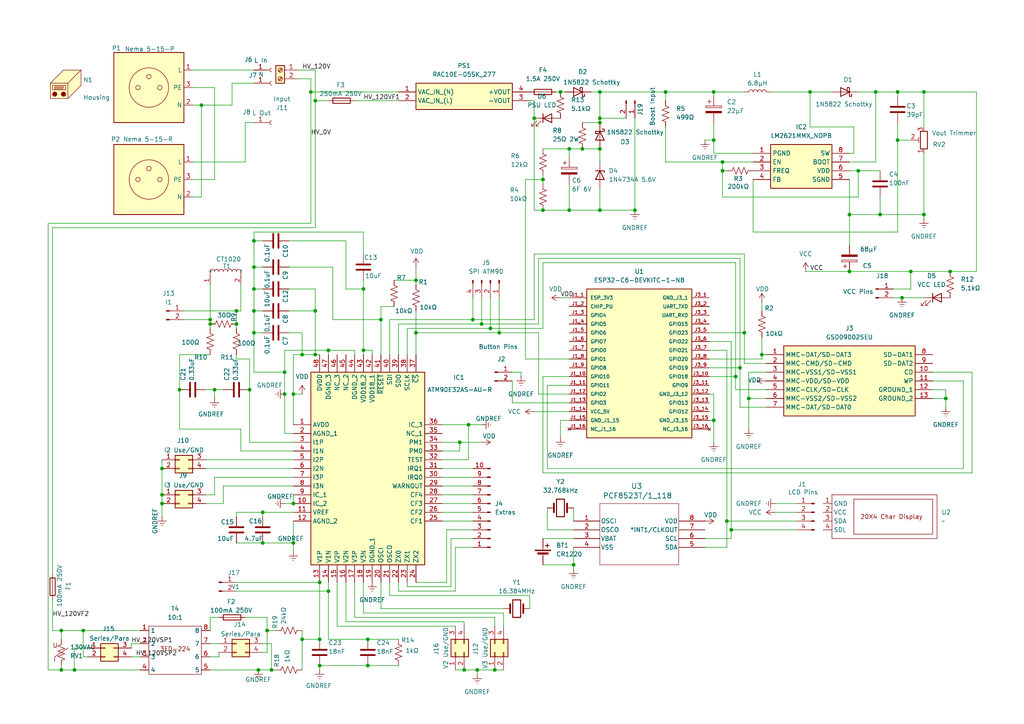
<source format=kicad_sch>
(kicad_sch (version 20250114) (generator "eeschema") (generator_version "9.0")
  (paper "A4")
  (title_block (title "WattMeter") (date "2025-12-10") (rev "5.1"))
  (junction (at 166.37 163.83))
  (junction (at 207.01 121.92))
  (junction (at 68.58 90.17))
  (junction (at 210.82 151.13))
  (junction (at 144.78 96.52))
  (junction (at 267.97 26.67))
  (junction (at 105.41 101.6))
  (junction (at 207.01 40.64))
  (junction (at 62.23 113.03))
  (junction (at 255.27 62.23))
  (junction (at 120.65 81.28))
  (junction (at 138.43 194.31))
  (junction (at 209.55 49.53))
  (junction (at 143.51 194.31))
  (junction (at 157.48 60.96))
  (junction (at 173.99 35.56))
  (junction (at 60.96 92.71))
  (junction (at 274.32 115.57))
  (junction (at 74.93 194.31))
  (junction (at 73.66 96.52))
  (junction (at 120.65 96.52))
  (junction (at 105.41 83.82))
  (junction (at 173.99 34.29))
  (junction (at 234.95 26.67))
  (junction (at 162.56 26.67))
  (junction (at 82.55 107.95))
  (junction (at 173.99 43.18))
  (junction (at 73.66 69.85))
  (junction (at 212.09 153.67))
  (junction (at 17.78 194.31))
  (junction (at 142.24 95.25))
  (junction (at 76.2 148.59))
  (junction (at 214.63 106.68))
  (junction (at 165.1 60.96))
  (junction (at 184.15 60.96))
  (junction (at 85.09 157.48))
  (junction (at 213.36 109.22))
  (junction (at 260.35 40.64))
  (junction (at 73.66 83.82))
  (junction (at 46.99 135.89))
  (junction (at 87.63 102.87))
  (junction (at 168.91 43.18))
  (junction (at 76.2 157.48))
  (junction (at 92.71 168.91))
  (junction (at 58.42 30.48))
  (junction (at 92.71 185.42))
  (junction (at 157.48 52.07))
  (junction (at 110.49 92.71))
  (junction (at 193.04 26.67))
  (junction (at 87.63 185.42))
  (junction (at 24.13 182.88))
  (junction (at 154.94 34.29))
  (junction (at 46.99 146.05))
  (junction (at 134.62 194.31))
  (junction (at 91.44 29.21))
  (junction (at 264.16 78.74))
  (junction (at 135.89 123.19))
  (junction (at 78.74 194.31))
  (junction (at 68.58 93.98))
  (junction (at 275.59 78.74))
  (junction (at 133.35 128.27))
  (junction (at 217.17 115.57))
  (junction (at 60.96 93.98))
  (junction (at 52.07 113.03))
  (junction (at 92.71 193.04))
  (junction (at 90.17 26.67))
  (junction (at 209.55 46.99))
  (junction (at 106.68 193.04))
  (junction (at 260.35 26.67))
  (junction (at 21.59 194.31))
  (junction (at 73.66 77.47))
  (junction (at 215.9 96.52))
  (junction (at 85.09 146.05))
  (junction (at 17.78 182.88))
  (junction (at 165.1 43.18))
  (junction (at 248.92 49.53))
  (junction (at 137.16 92.71))
  (junction (at 85.09 114.3))
  (junction (at 95.25 171.45))
  (junction (at 254 26.67))
  (junction (at 173.99 26.67))
  (junction (at 173.99 60.96))
  (junction (at 91.44 102.87))
  (junction (at 106.68 185.42))
  (junction (at 267.97 62.23))
  (junction (at 46.99 143.51))
  (junction (at 220.98 102.87))
  (junction (at 246.38 78.74))
  (junction (at 77.47 182.88))
  (junction (at 246.38 62.23))
  (junction (at 95.25 101.6))
  (junction (at 82.55 114.3))
  (junction (at 139.7 93.98))
  (junction (at 207.01 26.67))
  (junction (at 73.66 90.17))
  (junction (at 91.44 90.17))
  (junction (at 72.39 113.03))
  (junction (at 261.62 86.36))
  (wire (pts (xy 76.2 96.52) (xy 73.66 96.52)))
  (wire (pts (xy 130.81 156.21) (xy 137.16 156.21)))
  (wire (pts (xy 210.82 158.75) (xy 210.82 151.13)))
  (wire (pts (xy 173.99 34.29) (xy 173.99 26.67)))
  (wire (pts (xy 76.2 77.47) (xy 73.66 77.47)))
  (wire (pts (xy 68.58 90.17) (xy 68.58 93.98)))
  (wire (pts (xy 85.09 125.73) (xy 82.55 125.73)))
  (wire (pts (xy 100.33 180.34) (xy 134.62 180.34)))
  (wire (pts (xy 247.65 36.83) (xy 247.65 44.45)))
  (wire (pts (xy 91.44 83.82) (xy 91.44 90.17)))
  (wire (pts (xy 220.98 87.63) (xy 220.98 90.17)))
  (wire (pts (xy 115.57 168.91) (xy 115.57 171.45)))
  (wire (pts (xy 60.96 186.69) (xy 63.5 186.69)))
  (wire (pts (xy 97.79 168.91) (xy 97.79 181.61)))
  (wire (pts (xy 86.36 20.32) (xy 91.44 20.32)))
  (wire (pts (xy 128.27 130.81) (xy 133.35 130.81)))
  (wire (pts (xy 270.51 110.49) (xy 279.4 110.49)))
  (wire (pts (xy 52.07 102.87) (xy 60.96 102.87)))
  (wire (pts (xy 129.54 153.67) (xy 137.16 153.67)))
  (wire (pts (xy 222.25 105.41) (xy 215.9 105.41)))
  (wire (pts (xy 58.42 57.15) (xy 58.42 30.48)))
  (wire (pts (xy 210.82 101.6) (xy 210.82 151.13)))
  (wire (pts (xy 77.47 189.23) (xy 77.47 182.88)))
  (wire (pts (xy 110.49 176.53) (xy 146.05 176.53)))
  (wire (pts (xy 72.39 104.14) (xy 72.39 113.03)))
  (wire (pts (xy 64.77 146.05) (xy 59.69 146.05)))
  (wire (pts (xy 83.82 69.85) (xy 100.33 69.85)))
  (wire (pts (xy 63.5 179.07) (xy 60.96 179.07)))
  (wire (pts (xy 152.4 52.07) (xy 157.48 52.07)))
  (wire (pts (xy 215.9 73.66) (xy 215.9 96.52)))
  (wire (pts (xy 82.55 101.6) (xy 82.55 107.95)))
  (wire (pts (xy 96.52 77.47) (xy 96.52 92.71)))
  (wire (pts (xy 87.63 182.88) (xy 87.63 185.42)))
  (wire (pts (xy 95.25 101.6) (xy 82.55 101.6)))
  (wire (pts (xy 156.21 96.52) (xy 144.78 96.52)))
  (wire (pts (xy 153.67 172.72) (xy 153.67 176.53)))
  (wire (pts (xy 92.71 193.04) (xy 92.71 194.31)))
  (wire (pts (xy 135.89 123.19) (xy 139.7 123.19)))
  (wire (pts (xy 259.08 83.82) (xy 264.16 83.82)))
  (wire (pts (xy 173.99 35.56) (xy 173.99 34.29)))
  (wire (pts (xy 222.25 102.87) (xy 220.98 102.87)))
  (wire (pts (xy 207.01 44.45) (xy 218.44 44.45)))
  (wire (pts (xy 157.48 95.25) (xy 157.48 76.2)))
  (wire (pts (xy 15.24 173.99) (xy 15.24 182.88)))
  (wire (pts (xy 279.4 135.89) (xy 158.75 135.89)))
  (wire (pts (xy 255.27 57.15) (xy 255.27 62.23)))
  (wire (pts (xy 69.85 82.55) (xy 69.85 90.17)))
  (wire (pts (xy 156.21 114.3) (xy 156.21 96.52)))
  (wire (pts (xy 156.21 74.93) (xy 214.63 74.93)))
  (wire (pts (xy 246.38 44.45) (xy 247.65 44.45)))
  (wire (pts (xy 92.71 102.87) (xy 91.44 102.87)))
  (wire (pts (xy 207.01 114.3) (xy 207.01 121.92)))
  (wire (pts (xy 205.74 96.52) (xy 215.9 96.52)))
  (wire (pts (xy 68.58 157.48) (xy 76.2 157.48)))
  (wire (pts (xy 154.94 60.96) (xy 157.48 60.96)))
  (wire (pts (xy 264.16 83.82) (xy 264.16 78.74)))
  (wire (pts (xy 207.01 40.64) (xy 207.01 44.45)))
  (wire (pts (xy 95.25 168.91) (xy 95.25 171.45)))
  (wire (pts (xy 62.23 143.51) (xy 59.69 143.51)))
  (wire (pts (xy 166.37 158.75) (xy 166.37 163.83)))
  (wire (pts (xy 157.48 109.22) (xy 165.1 109.22)))
  (wire (pts (xy 100.33 69.85) (xy 100.33 83.82)))
  (wire (pts (xy 217.17 107.95) (xy 222.25 107.95)))
  (wire (pts (xy 107.95 101.6) (xy 105.41 101.6)))
  (wire (pts (xy 83.82 77.47) (xy 96.52 77.47)))
  (wire (pts (xy 128.27 133.35) (xy 135.89 133.35)))
  (wire (pts (xy 113.03 172.72) (xy 153.67 172.72)))
  (wire (pts (xy 217.17 115.57) (xy 217.17 124.46)))
  (wire (pts (xy 214.63 118.11) (xy 222.25 118.11)))
  (wire (pts (xy 214.63 74.93) (xy 214.63 106.68)))
  (wire (pts (xy 171.45 26.67) (xy 173.99 26.67)))
  (wire (pts (xy 129.54 168.91) (xy 129.54 153.67)))
  (wire (pts (xy 21.59 194.31) (xy 40.64 194.31)))
  (wire (pts (xy 55.88 57.15) (xy 58.42 57.15)))
  (wire (pts (xy 62.23 52.07) (xy 62.23 25.4)))
  (wire (pts (xy 83.82 90.17) (xy 91.44 90.17)))
  (wire (pts (xy 259.08 86.36) (xy 261.62 86.36)))
  (wire (pts (xy 148.59 107.95) (xy 151.13 107.95)))
  (wire (pts (xy 270.51 113.03) (xy 274.32 113.03)))
  (wire (pts (xy 69.85 130.81) (xy 85.09 130.81)))
  (wire (pts (xy 73.66 96.52) (xy 73.66 107.95)))
  (wire (pts (xy 78.74 194.31) (xy 80.01 194.31)))
  (wire (pts (xy 157.48 156.21) (xy 166.37 156.21)))
  (wire (pts (xy 157.48 76.2) (xy 213.36 76.2)))
  (wire (pts (xy 162.56 86.36) (xy 165.1 86.36)))
  (wire (pts (xy 67.31 24.13) (xy 67.31 30.48)))
  (wire (pts (xy 204.47 156.21) (xy 212.09 156.21)))
  (wire (pts (xy 82.55 114.3) (xy 82.55 125.73)))
  (wire (pts (xy 110.49 92.71) (xy 110.49 88.9)))
  (wire (pts (xy 165.1 104.14) (xy 152.4 104.14)))
  (wire (pts (xy 246.38 62.23) (xy 255.27 62.23)))
  (wire (pts (xy 73.66 83.82) (xy 73.66 90.17)))
  (wire (pts (xy 85.09 148.59) (xy 76.2 148.59)))
  (wire (pts (xy 72.39 128.27) (xy 85.09 128.27)))
  (wire (pts (xy 46.99 146.05) (xy 46.99 149.86)))
  (wire (pts (xy 76.2 69.85) (xy 73.66 69.85)))
  (wire (pts (xy 233.68 78.74) (xy 246.38 78.74)))
  (wire (pts (xy 246.38 62.23) (xy 246.38 71.12)))
  (wire (pts (xy 87.63 102.87) (xy 85.09 102.87)))
  (wire (pts (xy 261.62 86.36) (xy 267.97 86.36)))
  (wire (pts (xy 156.21 93.98) (xy 156.21 74.93)))
  (wire (pts (xy 207.01 35.56) (xy 207.01 40.64)))
  (wire (pts (xy 60.96 92.71) (xy 60.96 93.98)))
  (wire (pts (xy 87.63 96.52) (xy 87.63 102.87)))
  (wire (pts (xy 62.23 25.4) (xy 55.88 25.4)))
  (wire (pts (xy 76.2 157.48) (xy 85.09 157.48)))
  (wire (pts (xy 62.23 138.43) (xy 85.09 138.43)))
  (wire (pts (xy 193.04 26.67) (xy 193.04 29.21)))
  (wire (pts (xy 157.48 43.18) (xy 165.1 43.18)))
  (wire (pts (xy 97.79 181.61) (xy 132.08 181.61)))
  (wire (pts (xy 92.71 185.42) (xy 87.63 185.42)))
  (wire (pts (xy 254 26.67) (xy 254 46.99)))
  (wire (pts (xy 21.59 187.96) (xy 21.59 194.31)))
  (wire (pts (xy 267.97 26.67) (xy 283.21 26.67)))
  (wire (pts (xy 139.7 93.98) (xy 156.21 93.98)))
  (wire (pts (xy 144.78 86.36) (xy 144.78 96.52)))
  (wire (pts (xy 166.37 147.32) (xy 166.37 151.13)))
  (wire (pts (xy 15.24 66.04) (xy 91.44 66.04)))
  (wire (pts (xy 55.88 20.32) (xy 73.66 20.32)))
  (wire (pts (xy 248.92 26.67) (xy 254 26.67)))
  (wire (pts (xy 85.09 102.87) (xy 85.09 114.3)))
  (wire (pts (xy 83.82 83.82) (xy 91.44 83.82)))
  (wire (pts (xy 134.62 180.34) (xy 134.62 181.61)))
  (wire (pts (xy 137.16 92.71) (xy 154.94 92.71)))
  (wire (pts (xy 154.94 92.71) (xy 154.94 73.66)))
  (wire (pts (xy 73.66 69.85) (xy 73.66 77.47)))
  (wire (pts (xy 162.56 121.92) (xy 162.56 127)))
  (wire (pts (xy 64.77 140.97) (xy 64.77 146.05)))
  (wire (pts (xy 234.95 36.83) (xy 234.95 26.67)))
  (wire (pts (xy 247.65 36.83) (xy 234.95 36.83)))
  (wire (pts (xy 105.41 83.82) (xy 105.41 101.6)))
  (wire (pts (xy 68.58 104.14) (xy 72.39 104.14)))
  (wire (pts (xy 246.38 52.07) (xy 246.38 62.23)))
  (wire (pts (xy 118.11 170.18) (xy 130.81 170.18)))
  (wire (pts (xy 24.13 182.88) (xy 40.64 182.88)))
  (wire (pts (xy 215.9 105.41) (xy 215.9 96.52)))
  (wire (pts (xy 118.11 168.91) (xy 118.11 170.18)))
  (wire (pts (xy 77.47 182.88) (xy 80.01 182.88)))
  (wire (pts (xy 71.12 179.07) (xy 77.47 179.07)))
  (wire (pts (xy 270.51 115.57) (xy 274.32 115.57)))
  (wire (pts (xy 205.74 99.06) (xy 212.09 99.06)))
  (wire (pts (xy 60.96 194.31) (xy 74.93 194.31)))
  (wire (pts (xy 132.08 171.45) (xy 132.08 158.75)))
  (wire (pts (xy 165.1 53.34) (xy 165.1 60.96)))
  (wire (pts (xy 218.44 46.99) (xy 209.55 46.99)))
  (wire (pts (xy 90.17 26.67) (xy 115.57 26.67)))
  (wire (pts (xy 100.33 83.82) (xy 105.41 83.82)))
  (wire (pts (xy 60.96 93.98) (xy 60.96 95.25)))
  (wire (pts (xy 71.12 46.99) (xy 55.88 46.99)))
  (wire (pts (xy 62.23 113.03) (xy 64.77 113.03)))
  (wire (pts (xy 106.68 185.42) (xy 115.57 185.42)))
  (wire (pts (xy 210.82 151.13) (xy 231.14 151.13)))
  (wire (pts (xy 205.74 106.68) (xy 214.63 106.68)))
  (wire (pts (xy 158.75 135.89) (xy 158.75 111.76)))
  (wire (pts (xy 142.24 86.36) (xy 142.24 95.25)))
  (wire (pts (xy 166.37 153.67) (xy 158.75 153.67)))
  (wire (pts (xy 139.7 86.36) (xy 139.7 93.98)))
  (wire (pts (xy 157.48 52.07) (xy 157.48 53.34)))
  (wire (pts (xy 220.98 97.79) (xy 220.98 102.87)))
  (wire (pts (xy 68.58 93.98) (xy 68.58 95.25)))
  (wire (pts (xy 137.16 86.36) (xy 137.16 92.71)))
  (wire (pts (xy 76.2 189.23) (xy 77.47 189.23)))
  (wire (pts (xy 138.43 194.31) (xy 143.51 194.31)))
  (wire (pts (xy 205.74 101.6) (xy 210.82 101.6)))
  (wire (pts (xy 46.99 135.89) (xy 46.99 143.51)))
  (wire (pts (xy 193.04 36.83) (xy 193.04 46.99)))
  (wire (pts (xy 132.08 194.31) (xy 134.62 194.31)))
  (wire (pts (xy 222.25 113.03) (xy 213.36 113.03)))
  (wire (pts (xy 13.97 194.31) (xy 17.78 194.31)))
  (wire (pts (xy 52.07 124.46) (xy 52.07 113.03)))
  (wire (pts (xy 91.44 102.87) (xy 87.63 102.87)))
  (wire (pts (xy 158.75 153.67) (xy 158.75 147.32)))
  (wire (pts (xy 165.1 43.18) (xy 168.91 43.18)))
  (wire (pts (xy 217.17 115.57) (xy 217.17 107.95)))
  (wire (pts (xy 67.31 30.48) (xy 58.42 30.48)))
  (wire (pts (xy 105.41 177.8) (xy 146.05 177.8)))
  (wire (pts (xy 53.34 92.71) (xy 60.96 92.71)))
  (wire (pts (xy 17.78 194.31) (xy 21.59 194.31)))
  (wire (pts (xy 114.3 81.28) (xy 120.65 81.28)))
  (wire (pts (xy 69.85 124.46) (xy 69.85 130.81)))
  (wire (pts (xy 91.44 29.21) (xy 91.44 66.04)))
  (wire (pts (xy 165.1 114.3) (xy 156.21 114.3)))
  (wire (pts (xy 162.56 26.67) (xy 163.83 26.67)))
  (wire (pts (xy 118.11 102.87) (xy 118.11 95.25)))
  (wire (pts (xy 173.99 54.61) (xy 173.99 60.96)))
  (wire (pts (xy 113.03 168.91) (xy 113.03 172.72)))
  (wire (pts (xy 133.35 130.81) (xy 133.35 128.27)))
  (wire (pts (xy 73.66 107.95) (xy 82.55 107.95)))
  (wire (pts (xy 46.99 143.51) (xy 46.99 146.05)))
  (wire (pts (xy 165.1 121.92) (xy 162.56 121.92)))
  (wire (pts (xy 96.52 92.71) (xy 110.49 92.71)))
  (wire (pts (xy 13.97 64.77) (xy 13.97 194.31)))
  (wire (pts (xy 73.66 35.56) (xy 71.12 35.56)))
  (wire (pts (xy 102.87 101.6) (xy 95.25 101.6)))
  (wire (pts (xy 130.81 170.18) (xy 130.81 156.21)))
  (wire (pts (xy 128.27 143.51) (xy 137.16 143.51)))
  (wire (pts (xy 82.55 107.95) (xy 82.55 114.3)))
  (wire (pts (xy 17.78 185.42) (xy 17.78 182.88)))
  (wire (pts (xy 157.48 163.83) (xy 166.37 163.83)))
  (wire (pts (xy 128.27 148.59) (xy 137.16 148.59)))
  (wire (pts (xy 71.12 35.56) (xy 71.12 46.99)))
  (wire (pts (xy 270.51 107.95) (xy 281.94 107.95)))
  (wire (pts (xy 91.44 90.17) (xy 91.44 102.87)))
  (wire (pts (xy 106.68 185.42) (xy 95.25 185.42)))
  (wire (pts (xy 128.27 146.05) (xy 137.16 146.05)))
  (wire (pts (xy 102.87 168.91) (xy 102.87 179.07)))
  (wire (pts (xy 248.92 49.53) (xy 246.38 49.53)))
  (wire (pts (xy 59.69 133.35) (xy 85.09 133.35)))
  (wire (pts (xy 17.78 182.88) (xy 24.13 182.88)))
  (wire (pts (xy 120.65 96.52) (xy 144.78 96.52)))
  (wire (pts (xy 85.09 143.51) (xy 85.09 146.05)))
  (wire (pts (xy 102.87 102.87) (xy 102.87 101.6)))
  (wire (pts (xy 205.74 104.14) (xy 220.98 104.14)))
  (wire (pts (xy 118.11 95.25) (xy 142.24 95.25)))
  (wire (pts (xy 85.09 157.48) (xy 85.09 160.02)))
  (wire (pts (xy 15.24 66.04) (xy 15.24 166.37)))
  (wire (pts (xy 134.62 194.31) (xy 138.43 194.31)))
  (wire (pts (xy 234.95 26.67) (xy 241.3 26.67)))
  (wire (pts (xy 279.4 110.49) (xy 279.4 135.89)))
  (wire (pts (xy 85.09 151.13) (xy 85.09 157.48)))
  (wire (pts (xy 113.03 92.71) (xy 137.16 92.71)))
  (wire (pts (xy 110.49 102.87) (xy 110.49 92.71)))
  (wire (pts (xy 105.41 67.31) (xy 73.66 67.31)))
  (wire (pts (xy 76.2 90.17) (xy 73.66 90.17)))
  (wire (pts (xy 260.35 40.64) (xy 260.35 67.31)))
  (wire (pts (xy 128.27 135.89) (xy 137.16 135.89)))
  (wire (pts (xy 85.09 114.3) (xy 85.09 123.19)))
  (wire (pts (xy 105.41 101.6) (xy 105.41 102.87)))
  (wire (pts (xy 15.24 182.88) (xy 17.78 182.88)))
  (wire (pts (xy 87.63 185.42) (xy 87.63 194.31)))
  (wire (pts (xy 76.2 186.69) (xy 78.74 186.69)))
  (wire (pts (xy 260.35 26.67) (xy 260.35 27.94)))
  (wire (pts (xy 168.91 35.56) (xy 173.99 35.56)))
  (wire (pts (xy 281.94 137.16) (xy 157.48 137.16)))
  (wire (pts (xy 24.13 190.5) (xy 24.13 182.88)))
  (wire (pts (xy 62.23 138.43) (xy 62.23 143.51)))
  (wire (pts (xy 154.94 29.21) (xy 153.67 29.21)))
  (wire (pts (xy 133.35 128.27) (xy 139.7 128.27)))
  (wire (pts (xy 281.94 107.95) (xy 281.94 137.16)))
  (wire (pts (xy 91.44 29.21) (xy 95.25 29.21)))
  (wire (pts (xy 76.2 148.59) (xy 76.2 149.86)))
  (wire (pts (xy 260.35 26.67) (xy 267.97 26.67)))
  (wire (pts (xy 173.99 34.29) (xy 181.61 34.29)))
  (wire (pts (xy 207.01 121.92) (xy 207.01 128.27)))
  (wire (pts (xy 95.25 102.87) (xy 95.25 101.6)))
  (wire (pts (xy 264.16 40.64) (xy 260.35 40.64)))
  (wire (pts (xy 173.99 60.96) (xy 184.15 60.96)))
  (wire (pts (xy 128.27 123.19) (xy 135.89 123.19)))
  (wire (pts (xy 68.58 148.59) (xy 68.58 149.86)))
  (wire (pts (xy 154.94 119.38) (xy 165.1 119.38)))
  (wire (pts (xy 168.91 43.18) (xy 173.99 43.18)))
  (wire (pts (xy 193.04 46.99) (xy 209.55 46.99)))
  (wire (pts (xy 113.03 102.87) (xy 113.03 92.71)))
  (wire (pts (xy 74.93 194.31) (xy 78.74 194.31)))
  (wire (pts (xy 90.17 22.86) (xy 90.17 26.67)))
  (wire (pts (xy 13.97 64.77) (xy 90.17 64.77)))
  (wire (pts (xy 213.36 76.2) (xy 213.36 109.22)))
  (wire (pts (xy 152.4 104.14) (xy 152.4 52.07)))
  (wire (pts (xy 205.74 114.3) (xy 207.01 114.3)))
  (wire (pts (xy 91.44 20.32) (xy 91.44 29.21)))
  (wire (pts (xy 209.55 46.99) (xy 209.55 49.53)))
  (wire (pts (xy 60.96 179.07) (xy 60.96 182.88)))
  (wire (pts (xy 73.66 77.47) (xy 73.66 83.82)))
  (wire (pts (xy 73.66 67.31) (xy 73.66 69.85)))
  (wire (pts (xy 154.94 29.21) (xy 154.94 34.29)))
  (wire (pts (xy 173.99 26.67) (xy 193.04 26.67)))
  (wire (pts (xy 92.71 168.91) (xy 92.71 185.42)))
  (wire (pts (xy 115.57 93.98) (xy 139.7 93.98)))
  (wire (pts (xy 151.13 107.95) (xy 151.13 109.22)))
  (wire (pts (xy 38.1 186.69) (xy 38.1 187.96)))
  (wire (pts (xy 248.92 49.53) (xy 248.92 57.15)))
  (wire (pts (xy 38.1 190.5) (xy 40.64 190.5)))
  (wire (pts (xy 246.38 46.99) (xy 254 46.99)))
  (wire (pts (xy 128.27 138.43) (xy 137.16 138.43)))
  (wire (pts (xy 283.21 78.74) (xy 283.21 26.67)))
  (wire (pts (xy 128.27 151.13) (xy 137.16 151.13)))
  (wire (pts (xy 193.04 26.67) (xy 207.01 26.67)))
  (wire (pts (xy 52.07 124.46) (xy 69.85 124.46)))
  (wire (pts (xy 68.58 102.87) (xy 68.58 104.14)))
  (wire (pts (xy 105.41 67.31) (xy 105.41 73.66)))
  (wire (pts (xy 52.07 102.87) (xy 52.07 113.03)))
  (wire (pts (xy 173.99 43.18) (xy 173.99 46.99)))
  (wire (pts (xy 59.69 135.89) (xy 85.09 135.89)))
  (wire (pts (xy 115.57 102.87) (xy 115.57 93.98)))
  (wire (pts (xy 165.1 60.96) (xy 173.99 60.96)))
  (wire (pts (xy 274.32 115.57) (xy 274.32 118.11)))
  (wire (pts (xy 212.09 153.67) (xy 212.09 99.06)))
  (wire (pts (xy 267.97 44.45) (xy 267.97 62.23)))
  (wire (pts (xy 105.41 81.28) (xy 105.41 83.82)))
  (wire (pts (xy 264.16 78.74) (xy 275.59 78.74)))
  (wire (pts (xy 157.48 60.96) (xy 165.1 60.96)))
  (wire (pts (xy 205.74 121.92) (xy 207.01 121.92)))
  (wire (pts (xy 68.58 148.59) (xy 76.2 148.59)))
  (wire (pts (xy 60.96 82.55) (xy 60.96 92.71)))
  (wire (pts (xy 68.58 168.91) (xy 92.71 168.91)))
  (wire (pts (xy 120.65 90.17) (xy 120.65 96.52)))
  (wire (pts (xy 86.36 22.86) (xy 90.17 22.86)))
  (wire (pts (xy 220.98 104.14) (xy 220.98 102.87)))
  (wire (pts (xy 157.48 50.8) (xy 157.48 52.07)))
  (wire (pts (xy 90.17 26.67) (xy 90.17 64.77)))
  (wire (pts (xy 58.42 30.48) (xy 55.88 30.48)))
  (wire (pts (xy 142.24 95.25) (xy 157.48 95.25)))
  (wire (pts (xy 78.74 186.69) (xy 78.74 194.31)))
  (wire (pts (xy 95.25 185.42) (xy 95.25 171.45)))
  (wire (pts (xy 209.55 49.53) (xy 210.82 49.53)))
  (wire (pts (xy 248.92 49.53) (xy 255.27 49.53)))
  (wire (pts (xy 154.94 73.66) (xy 215.9 73.66)))
  (wire (pts (xy 102.87 29.21) (xy 115.57 29.21)))
  (wire (pts (xy 105.41 168.91) (xy 105.41 177.8)))
  (wire (pts (xy 143.51 179.07) (xy 143.51 181.61)))
  (wire (pts (xy 207.01 26.67) (xy 215.9 26.67)))
  (wire (pts (xy 72.39 113.03) (xy 72.39 128.27)))
  (wire (pts (xy 204.47 158.75) (xy 210.82 158.75)))
  (wire (pts (xy 157.48 137.16) (xy 157.48 109.22)))
  (wire (pts (xy 67.31 24.13) (xy 73.66 24.13)))
  (wire (pts (xy 214.63 106.68) (xy 214.63 118.11)))
  (wire (pts (xy 148.59 116.84) (xy 148.59 110.49)))
  (wire (pts (xy 115.57 171.45) (xy 132.08 171.45)))
  (wire (pts (xy 255.27 62.23) (xy 267.97 62.23)))
  (wire (pts (xy 73.66 83.82) (xy 76.2 83.82)))
  (wire (pts (xy 218.44 67.31) (xy 218.44 52.07)))
  (wire (pts (xy 120.65 77.47) (xy 120.65 81.28)))
  (wire (pts (xy 224.79 146.05) (xy 231.14 146.05)))
  (wire (pts (xy 63.5 190.5) (xy 63.5 189.23)))
  (wire (pts (xy 106.68 193.04) (xy 115.57 193.04)))
  (wire (pts (xy 166.37 163.83) (xy 166.37 165.1)))
  (wire (pts (xy 110.49 88.9) (xy 114.3 88.9)))
  (wire (pts (xy 46.99 133.35) (xy 46.99 135.89)))
  (wire (pts (xy 85.09 114.3) (xy 87.63 114.3)))
  (wire (pts (xy 146.05 177.8) (xy 146.05 181.61)))
  (wire (pts (xy 204.47 40.64) (xy 207.01 40.64)))
  (wire (pts (xy 217.17 115.57) (xy 222.25 115.57)))
  (wire (pts (xy 102.87 179.07) (xy 143.51 179.07)))
  (wire (pts (xy 154.94 34.29) (xy 154.94 60.96)))
  (wire (pts (xy 138.43 195.58) (xy 138.43 194.31)))
  (wire (pts (xy 274.32 113.03) (xy 274.32 115.57)))
  (wire (pts (xy 92.71 193.04) (xy 106.68 193.04)))
  (wire (pts (xy 209.55 49.53) (xy 209.55 57.15)))
  (wire (pts (xy 62.23 113.03) (xy 59.69 113.03)))
  (wire (pts (xy 260.35 35.56) (xy 260.35 40.64)))
  (wire (pts (xy 25.4 187.96) (xy 21.59 187.96)))
  (wire (pts (xy 158.75 111.76) (xy 165.1 111.76)))
  (wire (pts (xy 212.09 156.21) (xy 212.09 153.67)))
  (wire (pts (xy 132.08 158.75) (xy 137.16 158.75)))
  (wire (pts (xy 231.14 153.67) (xy 212.09 153.67)))
  (wire (pts (xy 110.49 168.91) (xy 110.49 176.53)))
  (wire (pts (xy 224.79 148.59) (xy 231.14 148.59)))
  (wire (pts (xy 254 26.67) (xy 260.35 26.67)))
  (wire (pts (xy 85.09 140.97) (xy 64.77 140.97)))
  (wire (pts (xy 69.85 90.17) (xy 68.58 90.17)))
  (wire (pts (xy 213.36 113.03) (xy 213.36 109.22)))
  (wire (pts (xy 120.65 102.87) (xy 120.65 96.52)))
  (wire (pts (xy 184.15 34.29) (xy 184.15 60.96)))
  (wire (pts (xy 275.59 78.74) (xy 283.21 78.74)))
  (wire (pts (xy 107.95 102.87) (xy 107.95 101.6)))
  (wire (pts (xy 83.82 96.52) (xy 87.63 96.52)))
  (wire (pts (xy 161.29 26.67) (xy 162.56 26.67)))
  (wire (pts (xy 73.66 90.17) (xy 73.66 96.52)))
  (wire (pts (xy 209.55 57.15) (xy 248.92 57.15)))
  (wire (pts (xy 128.27 140.97) (xy 137.16 140.97)))
  (wire (pts (xy 68.58 171.45) (xy 95.25 171.45)))
  (wire (pts (xy 246.38 78.74) (xy 264.16 78.74)))
  (wire (pts (xy 213.36 109.22) (xy 205.74 109.22)))
  (wire (pts (xy 207.01 26.67) (xy 207.01 27.94)))
  (wire (pts (xy 120.65 82.55) (xy 120.65 81.28)))
  (wire (pts (xy 55.88 52.07) (xy 62.23 52.07)))
  (wire (pts (xy 100.33 168.91) (xy 100.33 180.34)))
  (wire (pts (xy 120.65 168.91) (xy 129.54 168.91)))
  (wire (pts (xy 128.27 128.27) (xy 133.35 128.27)))
  (wire (pts (xy 60.96 190.5) (xy 63.5 190.5)))
  (wire (pts (xy 82.55 146.05) (xy 85.09 146.05)))
  (wire (pts (xy 267.97 26.67) (xy 267.97 36.83)))
  (wire (pts (xy 260.35 67.31) (xy 218.44 67.31)))
  (wire (pts (xy 165.1 43.18) (xy 165.1 45.72)))
  (wire (pts (xy 77.47 179.07) (xy 77.47 182.88)))
  (wire (pts (xy 223.52 26.67) (xy 234.95 26.67)))
  (wire (pts (xy 62.23 115.57) (xy 62.23 113.03)))
  (wire (pts (xy 267.97 62.23) (xy 267.97 63.5)))
  (wire (pts (xy 40.64 186.69) (xy 38.1 186.69)))
  (wire (pts (xy 17.78 193.04) (xy 17.78 194.31)))
  (wire (pts (xy 53.34 90.17) (xy 68.58 90.17)))
  (wire (pts (xy 143.51 194.31) (xy 146.05 194.31)))
  (wire (pts (xy 25.4 190.5) (xy 24.13 190.5)))
  (wire (pts (xy 135.89 133.35) (xy 135.89 123.19)))
  (wire (pts (xy 165.1 116.84) (xy 148.59 116.84)))
  (label "HV_120VSP2" (at 39.37 190.5 0))
  (label "VCC" (at 234.95 78.74 0))
  (label "HV_120VF1" (at 105.41 29.21 0))
  (label "HV_120VF2" (at 15.24 179.07 0))
  (label "HV_120V" (at 87.63 20.32 0))
  (label "HV_0V" (at 90.17 39.37 0))
  (label "VDD" (at 162.56 86.36 0))
  (label "HV_120VSP1" (at 38.1 186.69 0))
  (symbol (lib_id "Connector:Conn_01x01_Socket") (at 78.74 35.56 0) (unit 1) (in_bom no) (on_board no)
    (property "Reference" "J8" (at 70.358 32.512 0) (effects (justify left)))
    (property "Value" "L Out" (at 73.152 32.766 0) (effects (justify left)))
    (property "Description" "Generic connector, single row, 01x01, script generated" (effects (hide yes)))
  )
  (symbol (lib_id "LM2621:LM2621MMX_NOPB") (at 218.44 44.45 0) (unit 1)
    (property "Reference" "IC2" (at 232.41 36.83 0))
    (property "Value" "LM2621MMX_NOPB" (at 232.41 39.37 0))
    (property "Footprint" "SOP65P490X110-8N" (effects (hide yes)))
    (property "Datasheet" "http://www.ti.com/lit/gpn/lm2621" (effects (hide yes)))
    (property "Description" "1.2V to 14V input voltage, 1A load current, step-up DC-DC" (effects (hide yes)))
    (property "Height" "1.1" (effects (hide yes)))
    (property "Mouser#" "926-LM2621MMX/NOPB" (effects (hide yes)))
    (property "Mouser Price/Stock" "https://www.mouser.co.uk/ProductDetail/Texas-Instruments/LM2621MMX-NOPB?qs=X1J7HmVL2ZGeddAWJ8ZYoQ%3D%3D" (effects (hide yes)))
    (property "Manufacturer_Name" "Texas Instruments" (effects (hide yes)))
    (property "Manufacturer_Part_Number" "LM2621MMX/NOPB" (effects (hide yes)))
    (property "Price/unit" "1.77" (effects (hide yes)))
  )
  (symbol (lib_id "Device:R_US") (at 83.82 194.31 270) (unit 1)
    (property "Reference" "R18" (at 80.264 193.548 0) (effects (justify right)))
    (property "Value" "1kΩ" (at 83.312 192.278 0) (effects (justify right)))
    (property "Footprint" "Resistor_THT:R_Axial_DIN0207_L6.3mm_D2.5mm_P10.16mm_Horizontal" (effects (hide yes)))
    (property "Description" "Resistor, US symbol" (effects (hide yes)))
    (property "Mouser#" "603-MFR-25FBF52-1K " (effects (hide yes)))
    (property "Price/unit" "0.026" (effects (hide yes)))
  )
  (symbol (lib_id "power:VCC") (at 233.68 78.74 0) (unit 1)
    (property "Reference" "#PWR022" (effects (hide yes)))
    (property "Value" "VCC" (at 233.68 73.66 0))
    (property "Description" "Power symbol creates a global label with name \"VCC\"" (effects (hide yes)))
  )
  (symbol (lib_id "Diode:1N47xxA") (at 173.99 50.8 270) (unit 1)
    (property "Reference" "D4" (at 176.53 49.5299 90) (effects (justify left)))
    (property "Value" "1N4734A 5.6V" (at 176.53 52.0699 90) (effects (justify left)))
    (property "Footprint" "Diode_THT:D_DO-41_SOD81_P10.16mm_Horizontal" (effects (hide yes)))
    (property "Datasheet" "https://www.vishay.com/docs/85816/1n4728a.pdf" (effects (hide yes)))
    (property "Description" "1300mW Silicon planar power Zener diodes, DO-41" (effects (hide yes)))
    (property "Mouser#" "78-1N4734A" (effects (hide yes)))
    (property "Mouser Link" "https://www.mouser.com/ProductDetail/Vishay-Semiconductors/1N4734A-TR?qs=TNTIDjy6APoG1lpgeE364w%3D%3D" (effects (hide yes)))
    (property "Price/unit" "0.052" (effects (hide yes)))
  )
  (symbol (lib_id "GSD09002SEU:GSD09002SEU") (at 222.25 102.87 0) (unit 1)
    (property "Reference" "J3" (at 246.38 95.25 0))
    (property "Value" "GSD09002SEU" (at 246.38 97.79 0))
    (property "Footprint" "GSD09002SEU" (effects (hide yes)))
    (property "Datasheet" "https://cdn.amphenol-cs.com/media/wysiwyg/files/drawing/gsd09002seu.pdf" (effects (hide yes)))
    (property "Description" "Micro SD and SD Card Sockets, Input Output Connectors, SD Socket,9 Position, Push Push,15uin Gold,  0.5A Max, 3.3V, -40C~ +90C" (effects (hide yes)))
    (property "Height" "3.05" (effects (hide yes)))
    (property "Mouser#" "523-GSD09002SEU" (effects (hide yes)))
    (property "Mouser Price/Stock" "https://www.mouser.com/ProductDetail/523-GSD09002SEU" (effects (hide yes)))
    (property "Manufacturer_Name" "Amphenol" (effects (hide yes)))
    (property "Manufacturer_Part_Number" "GSD09002SEU" (effects (hide yes)))
    (property "Price/unit" "1.40" (effects (hide yes)))
  )
  (symbol (lib_id "Device:R_US") (at 68.58 99.06 0) (unit 1)
    (property "Reference" "R11" (at 67.818 103.632 0) (effects (justify right)))
    (property "Value" "100Ω" (at 74.168 99.568 0) (effects (justify right)))
    (property "Footprint" "Resistor_THT:R_Axial_DIN0207_L6.3mm_D2.5mm_P10.16mm_Horizontal" (effects (hide yes)))
    (property "Description" "Resistor, US symbol" (effects (hide yes)))
    (property "Mouser#" "MFR-25FBF52-100R" (effects (hide yes)))
    (property "Price/unit" "0.029" (effects (hide yes)))
  )
  (symbol (lib_id "Device:C") (at 260.35 31.75 0) (unit 1)
    (property "Reference" "C3" (at 262.89 30.734 0) (effects (justify left)))
    (property "Value" "39pF" (at 262.89 33.274 0) (effects (justify left)))
    (property "Footprint" "Capacitor_THT:C_Disc_D8.0mm_W5.0mm_P5.00mm" (effects (hide yes)))
    (property "Datasheet" "https://www.mouser.com/datasheet/3/72/1/KEM_C1049_GOLDMAX_C0G.pdf" (effects (hide yes)))
    (property "Description" "Unpolarized capacitor" (effects (hide yes)))
    (property "Mouser#" "80-C317C390J2G" (effects (hide yes)))
    (property "Mouser Link" "https://www.mouser.com/ProductDetail/80-C317C390J2G" (effects (hide yes)))
    (property "Price/unit" "0.12" (effects (hide yes)))
  )
  (symbol (lib_id "Connector_Generic:Conn_02x02_Top_Bottom") (at 143.51 189.23 90) (unit 1)
    (property "Reference" "J12" (at 137.922 188.214 0))
    (property "Value" "V3 Use/GND" (at 140.716 187.96 0))
    (property "Footprint" "Connector_PinHeader_2.54mm:PinHeader_2x02_P2.54mm_Vertical" (effects (hide yes)))
    (property "Description" "Generic connector, double row, 02x02, top/bottom pin numbering scheme (row 1: 1...pins_per_row, row2: pins_per_row+1 ... num_pins), script generated (kicad-library-utils/schlib/autogen/connector/)" (effects (hide yes)))
    (property "Mouser#" "910-HDR100IMP40MGVTH " (effects (hide yes)))
    (property "Price/unit" "0.058" (effects (hide yes)))
  )
  (symbol (lib_id "Device:C") (at 80.01 69.85 270) (unit 1)
    (property "Reference" "C10" (at 82.804 70.866 0) (effects (justify left)))
    (property "Value" "0.1uF" (at 77.47 70.612 0) (effects (justify left)))
    (property "Footprint" "Capacitor_THT:C_Disc_D6.0mm_W4.4mm_P5.00mm" (effects (hide yes)))
    (property "Datasheet" "https://www.vishay.com/docs/45171/kseries.pdf" (effects (hide yes)))
    (property "Description" "Unpolarized capacitor" (effects (hide yes)))
    (property "Mouser#" "594-K104K15X7RF5WH5 " (effects (hide yes)))
    (property "Mouser Link" "https://www.mouser.com/ProductDetail/Vishay-BC-Components/K104K15X7RF5WH5?qs=sGAEpiMZZMuMW9TJLBQkXstS33ZYjGCMau7NPGXn%2F5U%3D" (effects (hide yes)))
    (property "Price/unit" "0.089" (effects (hide yes)))
  )
  (symbol (lib_id "power:GNDREF") (at 92.71 194.31 0) (unit 1)
    (property "Reference" "#PWR029" (effects (hide yes)))
    (property "Value" "GNDREF" (at 92.456 198.882 0))
    (property "Description" "Power symbol creates a global label with name \"GNDREF\" , reference supply ground" (effects (hide yes)))
  )
  (symbol (lib_id "PFC8523:PCF8523T_1_118") (at 166.37 151.13 0) (unit 1)
    (property "Reference" "U3" (at 184.658 140.97 0) (effects (font (size 1.524 1.524))))
    (property "Value" "PCF8523T/1_118" (at 184.912 143.764 0) (effects (font (size 1.524 1.524))))
    (property "Footprint" "PFC8523:SO8_SOT96-1_NXP" (effects (hide yes)))
    (property "Datasheet" "https://www.nxp.com/docs/en/data-sheet/PCF8523.pdf" (effects (hide yes)))
    (property "Digikey#" "568-5306-1-ND" (effects (hide yes)))
    (property "Digikey Link" "https://www.digikey.com/en/products/detail/nxp-usa-inc/PCF8523T-1-118/2530422" (effects (hide yes)))
    (property "Price/unit" "1.29" (effects (hide yes)))
  )
  (symbol (lib_id "Mechanical:Housing") (at 20.32 24.13 0) (unit 1)
    (property "Reference" "N1" (at 24.13 23.1774 0) (effects (justify left)))
    (property "Value" "Housing" (at 24.13 28.2574 0) (effects (justify left)))
    (property "Footprint" "Mounting Footprints:1591XXF Enclosure 4 point" (effects (hide yes)))
    (property "Description" "Housing" (effects (hide yes)))
    (property "Mouser#" "546-1591XXFBK " (effects (hide yes)))
    (property "Mouser Link" "https://www.mouser.com/ProductDetail/546-1591XXFBK" (effects (hide yes)))
    (property "Price/unit" "19.07" (effects (hide yes)))
  )
  (symbol (lib_id "Device:Crystal") (at 162.56 147.32 0) (unit 1)
    (property "Reference" "Y2" (at 162.56 139.7 0))
    (property "Value" "32.768kHz" (at 162.56 142.24 0))
    (property "Footprint" "Crystal:Crystal_DS26_D2.0mm_L6.0mm_Horizontal" (effects (hide yes)))
    (property "Datasheet" "https://www.mouser.com/datasheet/3/184/1/ABL.pdf" (effects (hide yes)))
    (property "Description" "Two pin crystal" (effects (hide yes)))
    (property "Mouser#" "815-ABL-16.384-B2" (effects (hide yes)))
    (property "Mouser Link" "https://www.mouser.com/ProductDetail/ABRACON/ABL-16.384MHZ-B2?qs=H8AWquzS%2FlO72PftAyd8ow%3D%3D" (effects (hide yes)))
    (property "Price/unit" "0.32" (effects (hide yes)))
  )
  (symbol (lib_id "Connector:Conn_01x10_Pin") (at 142.24 148.59 180) (unit 1)
    (property "Reference" "J4" (at 143.51 146.0499 0) (effects (justify right)))
    (property "Value" "Extras" (at 143.51 148.5899 0) (effects (justify right)))
    (property "Footprint" "Connector_PinHeader_2.54mm:PinHeader_1x10_P2.54mm_Vertical" (effects (hide yes)))
    (property "Description" "Generic connector, single row, 01x10, script generated" (effects (hide yes)))
    (property "Mouse Link" "https://www.mouser.com/ProductDetail/Chip-Quik/HDR100IMP40M-G-V-TH?qs=Wj%2FVkw3K%252BMBASWNGaQOKpg%3D%3D" (effects (hide yes)))
    (property "Mouser#" "910-HDR100IMP40MGVTH " (effects (hide yes)))
    (property "Price/unit" "0.145" (effects (hide yes)))
  )
  (symbol (lib_id "Connector_Generic:Conn_02x02_Top_Bottom") (at 132.08 189.23 90) (unit 1)
    (property "Reference" "J16" (at 126.492 188.214 0))
    (property "Value" "V2 Use/GND" (at 129.286 187.96 0))
    (property "Footprint" "Connector_PinHeader_2.54mm:PinHeader_2x02_P2.54mm_Vertical" (effects (hide yes)))
    (property "Description" "Generic connector, double row, 02x02, top/bottom pin numbering scheme (row 1: 1...pins_per_row, row2: pins_per_row+1 ... num_pins), script generated (kicad-library-utils/schlib/autogen/connector/)" (effects (hide yes)))
    (property "Mouser#" "910-HDR100IMP40MGVTH " (effects (hide yes)))
    (property "Price/unit" "0.058" (effects (hide yes)))
  )
  (symbol (lib_id "power:VDD") (at 87.63 114.3 0) (unit 1)
    (property "Reference" "#PWR08" (effects (hide yes)))
    (property "Value" "VDD" (at 87.63 109.22 0))
    (property "Description" "Power symbol creates a global label with name \"VDD\"" (effects (hide yes)))
  )
  (symbol (lib_id "Device:LED") (at 271.78 86.36 0) (unit 1)
    (property "Reference" "D5" (at 270.1925 80.01 0))
    (property "Value" "VCC LED" (at 270.1925 82.55 0))
    (property "Footprint" "LED_THT:LED_D5.0mm" (effects (hide yes)))
    (property "Description" "Light emitting diode" (effects (hide yes)))
    (property "Sim.Pins" "1=K 2=A" (effects (hide yes)))
    (property "Mouser#" "859-LTL-4213 " (effects (hide yes)))
    (property "Mouser Link" "https://www.mouser.com/ProductDetail/LITEON/LTL-4213?qs=o%2FCvksM%2Fl%2FpvIUJuy%2F3%2FmQ%3D%3D" (effects (hide yes)))
    (property "Price/unit" "0.088" (effects (hide yes)))
  )
  (symbol (lib_id "power:GNDREF") (at 267.97 63.5 0) (unit 1)
    (property "Reference" "#PWR020" (effects (hide yes)))
    (property "Value" "GNDREF" (at 267.97 68.58 0))
    (property "Description" "Power symbol creates a global label with name \"GNDREF\" , reference supply ground" (effects (hide yes)))
  )
  (symbol (lib_id "ATM90E32AS-AU-R:ATM90E32AS-AU-R") (at 85.09 123.19 0) (unit 1)
    (property "Reference" "IC1" (at 133.096 109.474 0))
    (property "Value" "ATM90E32AS-AU-R" (at 133.35 113.03 0))
    (property "Footprint" "QFP50P900X900X120-48N" (effects (hide yes)))
    (property "Datasheet" "http://ww1.microchip.com/downloads/en/DeviceDoc/Atmel-46003-SE-M90E32AS-Datasheet.pdf" (effects (hide yes)))
    (property "Description" "MICROCHIP - ATM90E32AS-AU-R - POLY PHASE ENERGY METERING IC, TQFP-48" (effects (hide yes)))
    (property "Height" "1.2" (effects (hide yes)))
    (property "Mouser#" "556-ATM90E32AS-AU-R" (effects (hide yes)))
    (property "Mouser Price/Stock" "https://www.mouser.com/ProductDetail/556-ATM90E32AS-AU-R" (effects (hide yes)))
    (property "Manufacturer_Name" "Microchip" (effects (hide yes)))
    (property "Manufacturer_Part_Number" "ATM90E32AS-AU-R" (effects (hide yes)))
    (property "Price/unit" "3.66" (effects (hide yes)))
  )
  (symbol (lib_id "Connector_Generic:Conn_02x02_Top_Bottom") (at 30.48 187.96 0) (unit 1)
    (property "Reference" "J15" (at 31.496 182.372 0))
    (property "Value" "Series/Para" (at 31.75 185.166 0))
    (property "Footprint" "Connector_PinHeader_2.54mm:PinHeader_2x02_P2.54mm_Vertical" (effects (hide yes)))
    (property "Description" "Generic connector, double row, 02x02, top/bottom pin numbering scheme (row 1: 1...pins_per_row, row2: pins_per_row+1 ... num_pins), script generated (kicad-library-utils/schlib/autogen/connector/)" (effects (hide yes)))
    (property "Mouser#" "910-HDR100IMP40MGVTH " (effects (hide yes)))
    (property "Price/unit" "0.058" (effects (hide yes)))
  )
  (symbol (lib_id "Connector:Conn_01x04_Pin") (at 236.22 148.59 0) (mirror y) (unit 1)
    (property "Reference" "J1" (at 232.664 140.462 0))
    (property "Value" "LCD Pins" (at 232.918 142.748 0))
    (property "Footprint" "Connector_PinHeader_2.54mm:PinHeader_1x04_P2.54mm_Vertical" (effects (hide yes)))
    (property "Description" "Generic connector, single row, 01x04, script generated" (effects (hide yes)))
    (property "Mouser#" "910-HDR100IMP40MGVTH " (effects (hide yes)))
    (property "Mouse Link" "https://www.mouser.com/ProductDetail/Chip-Quik/HDR100IMP40M-G-V-TH?qs=Wj%2FVkw3K%252BMBASWNGaQOKpg%3D%3D" (effects (hide yes)))
    (property "Price/unit" "0.058" (effects (hide yes)))
  )
  (symbol (lib_id "power:GNDREF") (at 166.37 165.1 0) (unit 1)
    (property "Reference" "#PWR030" (effects (hide yes)))
    (property "Value" "GNDREF" (at 166.37 170.18 0))
    (property "Description" "Power symbol creates a global label with name \"GNDREF\" , reference supply ground" (effects (hide yes)))
  )
  (symbol (lib_id "power:GNDREF") (at 162.56 127 0) (unit 1)
    (property "Reference" "#PWR02" (effects (hide yes)))
    (property "Value" "GNDREF" (at 162.56 132.08 0))
    (property "Description" "Power symbol creates a global label with name \"GNDREF\" , reference supply ground" (effects (hide yes)))
  )
  (symbol (lib_id "Device:C") (at 68.58 153.67 0) (unit 1)
    (property "Reference" "C15" (at 64.008 151.384 0) (effects (justify left)))
    (property "Value" "10uF" (at 62.992 156.21 0) (effects (justify left)))
    (property "Footprint" "Capacitor_THT:C_Disc_D5.0mm_W2.5mm_P2.50mm" (effects (hide yes)))
    (property "Datasheet" "https://product.tdk.com/system/files/dam/doc/product/capacitor/ceramic/lead-mlcc/catalog/leadmlcc_halogenfree_fg_en.pdf" (effects (hide yes)))
    (property "Description" "Unpolarized capacitor" (effects (hide yes)))
    (property "Mouser#" "810-FG18X5R1E106MR00" (effects (hide yes)))
    (property "Mouser Link" "https://www.mouser.com/ProductDetail/TDK/FG18X5R1E106MRT00?qs=LtAzLad%252BoeW3W%2F93oICt0Q%3D%3D" (effects (hide yes)))
    (property "Price/unit" "0.278" (effects (hide yes)))
  )
  (symbol (lib_id "Device:C") (at 80.01 96.52 270) (unit 1)
    (property "Reference" "C7" (at 82.804 97.536 0) (effects (justify left)))
    (property "Value" "0.1uF" (at 77.47 97.282 0) (effects (justify left)))
    (property "Footprint" "Capacitor_THT:C_Disc_D6.0mm_W4.4mm_P5.00mm" (effects (hide yes)))
    (property "Datasheet" "https://www.vishay.com/docs/45171/kseries.pdf" (effects (hide yes)))
    (property "Description" "Unpolarized capacitor" (effects (hide yes)))
    (property "Mouser#" "594-K104K15X7RF5WH5 " (effects (hide yes)))
    (property "Mouser Link" "https://www.mouser.com/ProductDetail/Vishay-BC-Components/K104K15X7RF5WH5?qs=sGAEpiMZZMuMW9TJLBQkXstS33ZYjGCMau7NPGXn%2F5U%3D" (effects (hide yes)))
    (property "Price/unit" "0.089" (effects (hide yes)))
  )
  (symbol (lib_id "Device:R_US") (at 157.48 46.99 180) (unit 1)
    (property "Reference" "R6" (at 148.082 45.212 0) (effects (justify right)))
    (property "Value" "12kΩ" (at 148.082 47.752 0) (effects (justify right)))
    (property "Footprint" "Resistor_THT:R_Axial_DIN0207_L6.3mm_D2.5mm_P10.16mm_Horizontal" (effects (hide yes)))
    (property "Description" "Resistor, US symbol" (effects (hide yes)))
    (property "Mouser#" "603-MFR-25FBF52-12K" (effects (hide yes)))
    (property "Price/unit" "0.029" (effects (hide yes)))
  )
  (symbol (lib_id "Device:R_US") (at 214.63 49.53 90) (unit 1)
    (property "Reference" "R3" (at 214.122 51.816 90))
    (property "Value" "200kΩ" (at 214.122 54.102 90))
    (property "Footprint" "Resistor_THT:R_Axial_DIN0207_L6.3mm_D2.5mm_P10.16mm_Horizontal" (effects (hide yes)))
    (property "Description" "Resistor, US symbol" (effects (hide yes)))
    (property "Mouser#" "603-MFR-25FBF52-200K " (effects (hide yes)))
    (property "Price/unit" "0.029" (effects (hide yes)))
  )
  (symbol (lib_id "Device:R_US") (at 83.82 182.88 270) (unit 1)
    (property "Reference" "R19" (at 79.756 182.372 0) (effects (justify right)))
    (property "Value" "24kΩ" (at 82.296 181.102 0) (effects (justify right)))
    (property "Footprint" "Resistor_THT:R_Axial_DIN0207_L6.3mm_D2.5mm_P10.16mm_Horizontal" (effects (hide yes)))
    (property "Description" "Resistor, US symbol" (effects (hide yes)))
    (property "Mouser#" "603-MFR-25FBF52-24K " (effects (hide yes)))
    (property "Price/unit" "0.029" (effects (hide yes)))
  )
  (symbol (lib_id "power:GNDREF") (at 224.79 146.05 270) (unit 1)
    (property "Reference" "#PWR05" (effects (hide yes)))
    (property "Value" "GNDREF" (at 220.98 146.0499 90) (effects (justify right)))
    (property "Description" "Power symbol creates a global label with name \"GNDREF\" , reference supply ground" (effects (hide yes)))
  )
  (symbol (lib_id "Device:Crystal") (at 149.86 176.53 0) (unit 1)
    (property "Reference" "Y1" (at 149.86 168.91 0))
    (property "Value" "16.384MHz" (at 149.86 171.45 0))
    (property "Footprint" "Crystal:Crystal_HC49-U_Vertical" (effects (hide yes)))
    (property "Datasheet" "https://www.mouser.com/datasheet/3/184/1/ABL.pdf" (effects (hide yes)))
    (property "Description" "Two pin crystal" (effects (hide yes)))
    (property "Mouser#" "815-ABL-16.384-B2" (effects (hide yes)))
    (property "Mouser Link" "https://www.mouser.com/ProductDetail/ABRACON/ABL-16.384MHZ-B2?qs=H8AWquzS%2FlO72PftAyd8ow%3D%3D" (effects (hide yes)))
    (property "Price/unit" "0.32" (effects (hide yes)))
  )
  (symbol (lib_id "Device:R_US") (at 120.65 86.36 180) (unit 1)
    (property "Reference" "R1" (at 121.412 81.788 0) (effects (justify right)))
    (property "Value" "10kΩ" (at 121.666 89.154 0) (effects (justify right)))
    (property "Footprint" "Resistor_THT:R_Axial_DIN0207_L6.3mm_D2.5mm_P10.16mm_Horizontal" (effects (hide yes)))
    (property "Description" "Resistor, US symbol" (effects (hide yes)))
    (property "Mouser#" "603-MFR-25FTE52-10K " (effects (hide yes)))
    (property "Price/unit" "0.028" (effects (hide yes)))
  )
  (symbol (lib_id "Connector_Generic:Conn_02x02_Top_Bottom") (at 68.58 186.69 0) (unit 1)
    (property "Reference" "J14" (at 69.596 181.102 0))
    (property "Value" "Series/Para" (at 69.85 183.896 0))
    (property "Footprint" "Connector_PinHeader_2.54mm:PinHeader_2x02_P2.54mm_Vertical" (effects (hide yes)))
    (property "Description" "Generic connector, double row, 02x02, top/bottom pin numbering scheme (row 1: 1...pins_per_row, row2: pins_per_row+1 ... num_pins), script generated (kicad-library-utils/schlib/autogen/connector/)" (effects (hide yes)))
    (property "Mouser#" "910-HDR100IMP40MGVTH " (effects (hide yes)))
    (property "Price/unit" "0.058" (effects (hide yes)))
  )
  (symbol (lib_id "Connector:Conn_01x02_Pin") (at 143.51 107.95 0) (unit 1)
    (property "Reference" "J2" (at 145.415 104.14 0))
    (property "Value" "Button Pins" (at 144.526 100.584 0))
    (property "Footprint" "Connector_PinHeader_2.54mm:PinHeader_1x02_P2.54mm_Vertical" (effects (hide yes)))
    (property "Description" "Generic connector, single row, 01x02, script generated" (effects (hide yes)))
    (property "Mouse Link" "https://www.mouser.com/ProductDetail/Chip-Quik/HDR100IMP40M-G-V-TH?qs=Wj%2FVkw3K%252BMBASWNGaQOKpg%3D%3D" (effects (hide yes)))
    (property "Mouser#" "910-HDR100IMP40MGVTH " (effects (hide yes)))
    (property "Price/unit" "0.0145" (effects (hide yes)))
  )
  (symbol (lib_id "Device:C") (at 55.88 113.03 90) (unit 1)
    (property "Reference" "C21" (at 53.086 110.49 0) (effects (justify left)))
    (property "Value" "0.33uF" (at 55.626 110.49 0) (effects (justify left)))
    (property "Footprint" "Capacitor_THT:C_Disc_D5.0mm_W2.5mm_P2.50mm" (effects (hide yes)))
    (property "Datasheet" "https://product.tdk.com/system/files/dam/doc/product/capacitor/ceramic/lead-mlcc/catalog/leadmlcc_halogenfree_fg_en.pdf" (effects (hide yes)))
    (property "Description" "Unpolarized capacitor" (effects (hide yes)))
    (property "Mouser#" "810-FG18X7R1H334KRT6" (effects (hide yes)))
    (property "Mouser Link" "https://www.mouser.com/ProductDetail/810-FG18X7R1H334KRT6" (effects (hide yes)))
    (property "Price/unit" "0.115" (effects (hide yes)))
  )
  (symbol (lib_id "Device:R_US") (at 220.98 93.98 180) (unit 1)
    (property "Reference" "R2" (at 221.742 89.408 0) (effects (justify right)))
    (property "Value" "10kΩ" (at 221.996 96.774 0) (effects (justify right)))
    (property "Footprint" "Resistor_THT:R_Axial_DIN0207_L6.3mm_D2.5mm_P10.16mm_Horizontal" (effects (hide yes)))
    (property "Description" "Resistor, US symbol" (effects (hide yes)))
    (property "Mouser#" "603-MFR-25FTE52-10K " (effects (hide yes)))
    (property "Price/unit" "0.028" (effects (hide yes)))
  )
  (symbol (lib_id "Device:Varistor_US") (at 17.78 189.23 0) (mirror x) (unit 1)
    (property "Reference" "RV1" (at 20.32 190.2433 0) (effects (justify left)))
    (property "Value" "130VAC" (at 20.32 187.7033 0) (effects (justify left)))
    (property "Footprint" "Capacitor_THT:C_Disc_D8.0mm_W5.0mm_P5.00mm" (effects (hide yes)))
    (property "Datasheet" "https://www.littelfuse.com/assetdocs/littelfuse_varistor_ultramov_datasheet.pdf?assetguid=00498970-451b-4e23-a419-f1ff8625d2a0" (effects (hide yes)))
    (property "Description" "Voltage dependent resistor, US symbol" (effects (hide yes)))
    (property "Sim.Name" "kicad_builtin_varistor" (effects (hide yes)))
    (property "Sim.Device" "SUBCKT" (effects (hide yes)))
    (property "Sim.Pins" "1=A 2=B" (effects (hide yes)))
    (property "Sim.Params" "threshold=1k" (effects (hide yes)))
    (property "Sim.Library" "${KICAD9_SYMBOL_DIR}/Simulation_SPICE.sp" (effects (hide yes)))
    (property "Mouser#" "576-V07E130P " (effects (hide yes)))
    (property "Mouser Link" "https://www.mouser.com/ProductDetail/Littelfuse/V07E130P?qs=zHiv0nsVGmp7WIjVpcMUJw%3D%3D" (effects (hide yes)))
    (property "Price/unit" "0.186" (effects (hide yes)))
  )
  (symbol (lib_id "Device:Fuse") (at 99.06 29.21 90) (unit 1)
    (property "Reference" "F3" (at 98.806 24.638 90))
    (property "Value" "250mA 250V" (at 98.806 27.178 90))
    (property "Footprint" "FuseHolder OGD:00318231" (effects (hide yes)))
    (property "Datasheet" "https://www.littelfuse.com/assetdocs/fuse-313-and-315-datasheet?assetguid=82476e74-6b5c-4262-88c8-0e436eab1447" (effects (hide yes)))
    (property "Description" "3AG fuse Time delay" (effects (hide yes)))
    (property "Mouser Link" "https://www.mouser.com/ProductDetail/576-0313.250HXP" (effects (hide yes)))
    (property "Price/unit" "1.43" (effects (hide yes)))
    (property "Mouser#" "576-0313.250HXP " (effects (hide yes)))
  )
  (symbol (lib_id "Connector_Generic:Conn_02x02_Top_Bottom") (at 52.07 143.51 0) (unit 1)
    (property "Reference" "J9" (at 53.086 137.922 0))
    (property "Value" "I3 Use/GND" (at 53.34 140.716 0))
    (property "Footprint" "Connector_PinHeader_2.54mm:PinHeader_2x02_P2.54mm_Vertical" (effects (hide yes)))
    (property "Description" "Generic connector, double row, 02x02, top/bottom pin numbering scheme (row 1: 1...pins_per_row, row2: pins_per_row+1 ... num_pins), script generated (kicad-library-utils/schlib/autogen/connector/)" (effects (hide yes)))
    (property "Mouser#" "910-HDR100IMP40MGVTH " (effects (hide yes)))
    (property "Price/unit" "0.058" (effects (hide yes)))
  )
  (symbol (lib_id "power:GNDREF") (at 274.32 118.11 0) (unit 1)
    (property "Reference" "#PWR03" (effects (hide yes)))
    (property "Value" "GNDREF" (at 274.32 123.19 0))
    (property "Description" "Power symbol creates a global label with name \"GNDREF\" , reference supply ground" (effects (hide yes)))
  )
  (symbol (lib_id "power:VDD") (at 139.7 128.27 270) (unit 1)
    (property "Reference" "#PWR011" (effects (hide yes)))
    (property "Value" "VDD" (at 139.954 126.492 90) (effects (justify left)))
    (property "Description" "Power symbol creates a global label with name \"VDD\"" (effects (hide yes)))
  )
  (symbol (lib_id "CT1020:CT1020") (at 64.77 78.74 0) (unit 1)
    (property "Reference" "T1" (at 65.786 77.216 0))
    (property "Value" "CT1020" (at 66.294 75.184 0))
    (property "Footprint" "CT1020:CT1020" (effects (hide yes)))
    (property "Datasheet" "https://www.coilcraft.com/getmedia/5cabc2b0-54ea-4f3d-a76a-5681314bc042/senhi.pdf" (effects (hide yes)))
    (property "Description" "Current Transformers CS1xxx Curr Sensor 24A 20-50kHz" (effects (hide yes)))
    (property "Height" "20.3" (effects (hide yes)))
    (property "Digikey#" "419-CT1020-ND" (effects (hide yes)))
    (property "Digikey Link" "https://www.digikey.com/en/products/detail/amgis-llc/CT1020/2362755" (effects (hide yes)))
    (property "Manufacturer_Name" "COILCRAFT" (effects (hide yes)))
    (property "Manufacturer_Part_Number" "CS1100L" (effects (hide yes)))
    (property "Price/unit" "6.04" (effects (hide yes)))
    (property "Mouser Part Number" "994-CS1100L" (effects (hide yes)))
    (property "Mouser Price/Stock" "https://www.mouser.co.uk/ProductDetail/Coilcraft/CS1100L?qs=ZYnrCdKdyecqhtdCJjkLRw%3D%3D" (effects (hide yes)))
  )
  (symbol (lib_id "Device:C_Polarized") (at 207.01 31.75 0) (unit 1)
    (property "Reference" "C2" (at 210.82 29.5909 0) (effects (justify left)))
    (property "Value" "22μF" (at 210.82 32.1309 0) (effects (justify left)))
    (property "Footprint" "Capacitor_THT:CP_Radial_Tantal_D5.5mm_P5.00mm" (effects (hide yes)))
    (property "Datasheet" "https://datasheets.kyocera-avx.com/tap.pdf" (effects (hide yes)))
    (property "Description" "Polarized capacitor" (effects (hide yes)))
    (property "Mouser link" "https://www.mouser.com/ProductDetail/581-TAP226K035CCS" (effects (hide yes)))
    (property "Price/unit" "1.05" (effects (hide yes)))
    (property "Mouser#" "581-TAP226K035CCS" (effects (hide yes)))
  )
  (symbol (lib_id "power:GNDREF") (at 204.47 40.64 0) (unit 1)
    (property "Reference" "#PWR019" (effects (hide yes)))
    (property "Value" "GNDREF" (at 204.47 45.72 0))
    (property "Description" "Power symbol creates a global label with name \"GNDREF\" , reference supply ground" (effects (hide yes)))
  )
  (symbol (lib_id "Connector:Screw_Terminal_01x02") (at 81.28 20.32 0) (mirror y) (unit 1)
    (property "Reference" "J11" (at 81.788 31.242 0))
    (property "Value" "Input" (at 81.788 28.702 0))
    (property "Footprint" "Screw Terminals Custom:CUI_TB005-762-02BE" (effects (hide yes)))
    (property "Datasheet" "https://www.sameskydevices.com/product/resource/tb005-762.pdf" (effects (hide yes)))
    (property "Description" "TB005-762-02BE" (effects (hide yes)))
    (property "Mouser Link" "https://www.mouser.com/ProductDetail/490-TB005-762-02BE" (effects (hide yes)))
    (property "Price/unit" "0.66" (effects (hide yes)))
    (property "Mouser#" "490-TB005-762-02BE " (effects (hide yes)))
  )
  (symbol (lib_id "Device:C_Polarized") (at 165.1 49.53 0) (unit 1)
    (property "Reference" "C6" (at 165.862 52.324 0) (effects (justify left)))
    (property "Value" "6F 6V" (at 165.862 54.864 0) (effects (justify left)))
    (property "Footprint" "Capacitor_THT:C_Rect_L19.0mm_W11.0mm_P15.00mm_MKS4" (effects (hide yes)))
    (property "Datasheet" "https://www.mouser.com/datasheet/3/184/1/ADCM-S06R0S.pdf" (effects (hide yes)))
    (property "Description" "Polarized capacitor" (effects (hide yes)))
    (property "Mouser#" "815-ADCMS06R0SA605RB " (effects (hide yes)))
    (property "Mouser Link" "https://www.mouser.com/ProductDetail/ABRACON/ADCM-S06R0SA605RB?qs=HoCaDK9Nz5ckXmDxDo6s%252Bg%3D%3D" (effects (hide yes)))
    (property "Price/unit" "5.51" (effects (hide yes)))
  )
  (symbol (lib_id "Device:Fuse") (at 157.48 26.67 90) (unit 1)
    (property "Reference" "F4" (at 157.48 20.32 90))
    (property "Value" "1.5A 250V" (at 157.48 22.86 90))
    (property "Footprint" "fuse holders:Fuseholder_Clip-5x20mm_Keystone_3512P_Inline_P23.62x7.27mm_D1.02x2.41x1.02x1.57mm_Horizontal_With_Model" (effects (hide yes)))
    (property "Description" "uxcel 5 x 20mm fuse holder" (effects (hide yes)))
    (property "Amazon Link" "https://www.amazon.com/dp/B07MCHQQ7Z?ref=ppx_yo2ov_dt_b_fed_asin_title&th=1" (effects (hide yes)))
    (property "Price/unit" "1.67" (effects (hide yes)))
  )
  (symbol (lib_id "Connector_Generic:Conn_02x02_Top_Bottom") (at 52.07 133.35 0) (unit 1)
    (property "Reference" "J10" (at 53.086 127.762 0))
    (property "Value" "I2 Use/GND" (at 53.34 130.556 0))
    (property "Footprint" "Connector_PinHeader_2.54mm:PinHeader_2x02_P2.54mm_Vertical" (effects (hide yes)))
    (property "Description" "Generic connector, double row, 02x02, top/bottom pin numbering scheme (row 1: 1...pins_per_row, row2: pins_per_row+1 ... num_pins), script generated (kicad-library-utils/schlib/autogen/connector/)" (effects (hide yes)))
    (property "Mouser#" "910-HDR100IMP40MGVTH " (effects (hide yes)))
    (property "Price/unit" "0.058" (effects (hide yes)))
  )
  (symbol (lib_id "RAC10E-05SK_277:RAC10E-05SK_277") (at 115.57 26.67 0) (unit 1)
    (property "Reference" "PS1" (at 134.62 19.05 0))
    (property "Value" "RAC10E-05SK_277" (at 134.62 21.59 0))
    (property "Footprint" "RAC10E-05SK_277:RAC10E05SK277" (effects (hide yes)))
    (property "Datasheet" "https://recom-power.com/pdf/Powerline_AC-DC/RAC10E-K_277.pdf" (effects (hide yes)))
    (property "Description" "AC/DC Converter, 10 Watt, 1.8\" x 1.0\", Single Output, 5V" (effects (hide yes)))
    (property "Height" "22" (effects (hide yes)))
    (property "Mouser#" "919-RAC10E-05SK/277" (effects (hide yes)))
    (property "Mouser Price/Stock" "https://www.mouser.co.uk/ProductDetail/RECOM-Power/RAC10E-05SK-277?qs=Li%252BoUPsLEnvJW5q%2F0CCh4A%3D%3D" (effects (hide yes)))
    (property "Manufacturer_Name" "RECOM Power" (effects (hide yes)))
    (property "Manufacturer_Part_Number" "RAC10E-05SK/277" (effects (hide yes)))
    (property "Price/unit" "9.64" (effects (hide yes)))
  )
  (symbol (lib_id "power:VDD") (at 162.56 86.36 90) (unit 1)
    (property "Reference" "#PWR06" (effects (hide yes)))
    (property "Value" "VDD" (at 163.068 83.82 90) (effects (justify left)))
    (property "Description" "Power symbol creates a global label with name \"VDD\"" (effects (hide yes)))
  )
  (symbol (lib_id "Device:R_Potentiometer_Trim") (at 267.97 40.64 180) (unit 1)
    (property "Reference" "RV2" (at 270.51 41.9101 0) (effects (justify right)))
    (property "Value" "Vout Trimmer" (at 270.256 38.608 0) (effects (justify right)))
    (property "Footprint" "Potentiometer_THT:Potentiometer_Bourns_3266Y_Vertical" (effects (hide yes)))
    (property "Description" "Trim-potentiometer" (effects (hide yes)))
    (property "Mouser#" "81-PV36W204C01B00 " (effects (hide yes)))
    (property "Mouser Link" "https://www.mouser.com/ProductDetail/Bourns/PV36W204C01B00?qs=ifmdR88tEJ%2F%252BrkZBeLb2PA%3D%3D" (effects (hide yes)))
    (property "Price/unit" "1.21" (effects (hide yes)))
  )
  (symbol (lib_id "power:GNDREF") (at 74.93 194.31 0) (unit 1)
    (property "Reference" "#PWR028" (effects (hide yes)))
    (property "Value" "GNDREF" (at 74.93 197.104 0))
    (property "Description" "Power symbol creates a global label with name \"GNDREF\" , reference supply ground" (effects (hide yes)))
  )
  (symbol (lib_id "power:GNDREF") (at 62.23 115.57 0) (unit 1)
    (property "Reference" "#PWR027" (effects (hide yes)))
    (property "Value" "GNDREF" (at 65.024 120.142 0) (effects (justify right)))
    (property "Description" "Power symbol creates a global label with name \"GNDREF\" , reference supply ground" (effects (hide yes)))
  )
  (symbol (lib_id "power:VDD") (at 222.25 110.49 90) (unit 1)
    (property "Reference" "#PWR07" (effects (hide yes)))
    (property "Value" "VDD" (at 220.726 110.236 90) (effects (justify left)))
    (property "Description" "Power symbol creates a global label with name \"VDD\"" (effects (hide yes)))
  )
  (symbol (lib_id "Device:C") (at 106.68 189.23 0) (unit 1)
    (property "Reference" "C24" (at 109.22 186.436 0) (effects (justify left)))
    (property "Value" "18nF" (at 109.22 188.976 0) (effects (justify left)))
    (property "Footprint" "Capacitor_THT:C_Disc_D5.0mm_W2.5mm_P5.00mm" (effects (hide yes)))
    (property "Datasheet" "https://product.tdk.com/system/files/dam/doc/product/capacitor/ceramic/lead-mlcc/catalog/leadmlcc_halogenfree_fg_en.pdf" (effects (hide yes)))
    (property "Description" "Unpolarized capacitor" (effects (hide yes)))
    (property "Mouser#" "594-K183K10X7RF53H5" (effects (hide yes)))
    (property "Mouser Link" "https://www.mouser.com/ProductDetail/594-K183K10X7RF53H5" (effects (hide yes)))
    (property "Price/unit" "0.121" (effects (hide yes)))
  )
  (symbol (lib_id "Device:C") (at 105.41 77.47 180) (unit 1)
    (property "Reference" "C13" (at 109.474 74.676 0) (effects (justify left)))
    (property "Value" "10uF" (at 110.744 80.01 0) (effects (justify left)))
    (property "Footprint" "Capacitor_THT:C_Disc_D5.0mm_W2.5mm_P2.50mm" (effects (hide yes)))
    (property "Datasheet" "https://product.tdk.com/system/files/dam/doc/product/capacitor/ceramic/lead-mlcc/catalog/leadmlcc_halogenfree_fg_en.pdf" (effects (hide yes)))
    (property "Description" "Unpolarized capacitor" (effects (hide yes)))
    (property "Mouser#" "810-FG18X5R1E106MR00" (effects (hide yes)))
    (property "Mouser Link" "https://www.mouser.com/ProductDetail/TDK/FG18X5R1E106MRT00?qs=LtAzLad%252BoeW3W%2F93oICt0Q%3D%3D" (effects (hide yes)))
    (property "Price/unit" "0.278" (effects (hide yes)))
  )
  (symbol (lib_id "power:GNDREF") (at 184.15 60.96 0) (unit 1)
    (property "Reference" "#PWR01" (effects (hide yes)))
    (property "Value" "GNDREF" (at 184.15 66.04 0))
    (property "Description" "Power symbol creates a global label with name \"GNDREF\" , reference supply ground" (effects (hide yes)))
  )
  (symbol (lib_id "Device:C_Polarized") (at 246.38 74.93 0) (mirror x) (unit 1)
    (property "Reference" "C5" (at 250.19 77.0891 0) (effects (justify left)))
    (property "Value" "68μF" (at 249.428 72.2631 0) (effects (justify left)))
    (property "Footprint" "Capacitor_THT:CP_Radial_Tantal_D5.5mm_P5.00mm" (effects (hide yes)))
    (property "Datasheet" "https://datasheets.kyocera-avx.com/tap.pdf" (effects (hide yes)))
    (property "Description" "Polarized capacitor" (effects (hide yes)))
    (property "Mouser link" "https://www.mouser.com/ProductDetail/581-TAP686K025CCS" (effects (hide yes)))
    (property "Price/unit" "2.18" (effects (hide yes)))
    (property "Mouser#" "581-TAP686K025CCS " (effects (hide yes)))
  )
  (symbol (lib_id "Device:R_US") (at 168.91 39.37 180) (unit 1)
    (property "Reference" "R8" (at 160.274 37.846 0) (effects (justify right)))
    (property "Value" "25Ω 2W" (at 160.274 40.386 0) (effects (justify right)))
    (property "Footprint" "Resistor_THT:R_Axial_DIN0414_L11.9mm_D4.5mm_P5.08mm_Vertical" (effects (hide yes)))
    (property "Datasheet" "https://www.mouser.com/datasheet/3/132/1/res-wh-wn.pdf" (effects (hide yes)))
    (property "Description" "Resistor, US symbol" (effects (hide yes)))
    (property "Muser Link" "https://www.mouser.com/ProductDetail/Ohmite/WNC25RFET?qs=sGAEpiMZZMtlubZbdhIBID67%2FyYOntrxFv789whqzbQ%3D" (effects (hide yes)))
    (property "Mouser#" "588-WNC25RFET" (effects (hide yes)))
    (property "Price/unit" "1.46" (effects (hide yes)))
  )
  (symbol (lib_id "Device:Fuse") (at 15.24 170.18 0) (unit 1)
    (property "Reference" "F1" (at 19.812 169.926 90))
    (property "Value" "100mA 250V" (at 17.272 169.926 90))
    (property "Footprint" "FuseHolder OGD:00318231" (effects (hide yes)))
    (property "Datasheet" "https://www.littelfuse.com/assetdocs/fuse-313-and-315-datasheet?assetguid=82476e74-6b5c-4262-88c8-0e436eab1447" (effects (hide yes)))
    (property "Description" "3AG fuse Time delay" (effects (hide yes)))
    (property "Mouser#" "576-0313.100MXP" (effects (hide yes)))
    (property "Mouser Link" "https://www.mouser.com/ProductDetail/576-0313.100MXP" (effects (hide yes)))
    (property "Price/unit" "2.29" (effects (hide yes)))
  )
  (symbol (lib_id "power:GNDREF") (at 46.99 149.86 0) (unit 1)
    (property "Reference" "#PWR016" (effects (hide yes)))
    (property "Value" "GNDREF" (at 44.958 147.32 90) (effects (justify right)))
    (property "Description" "Power symbol creates a global label with name \"GNDREF\" , reference supply ground" (effects (hide yes)))
  )
  (symbol (lib_id "Connector:Conn_Plug_3P_Protected") (at 43.18 52.07 0) (unit 1) (on_board no)
    (property "Reference" "P2" (at 33.528 40.386 0))
    (property "Value" "Nema 5-15-R" (at 42.926 40.386 0))
    (property "Description" "3 Pins protected generic plug" (effects (hide yes)))
    (property "Amazon Link" "https://www.amazon.com/dp/B0BMV8DSM1?ref=ppx_yo2ov_dt_b_fed_asin_title" (effects (hide yes)))
    (property "Price/unit" "9.99" (effects (hide yes)))
  )
  (symbol (lib_id "3FD-224:3FD-224") (at 50.8 187.96 0) (unit 1)
    (property "Reference" "T4" (at 50.8 176.53 0))
    (property "Value" "10:1" (at 50.8 179.07 0))
    (property "Footprint" "3FD-210:3FD-224" (effects (hide yes)))
    (property "Datasheet" "https://4donline.ihs.com/images/VipMasterIC/IC/TCOA/TCOA-S-A0009829055/TCOA-S-A0009829055-1.pdf?hkey=CECEF36DEECDED6468708AAF2E19C0C6" (effects (hide yes)))
    (property "Description" "Power Transformers THROUGH HOLE 1.1VA" (effects (hide yes)))
    (property "Mouser Link" "https://www.mouser.com/ProductDetail/838-3FD-224" (effects (hide yes)))
    (property "Price/unit" "4.50" (effects (hide yes)))
    (property "Mouser#" "838-3FD-224 " (effects (hide yes)))
  )
  (symbol (lib_id "Device:C") (at 80.01 83.82 90) (unit 1)
    (property "Reference" "C12" (at 82.804 87.884 0) (effects (justify left)))
    (property "Value" "10uF" (at 77.47 89.154 0) (effects (justify left)))
    (property "Footprint" "Capacitor_THT:C_Disc_D5.0mm_W2.5mm_P2.50mm" (effects (hide yes)))
    (property "Datasheet" "https://product.tdk.com/system/files/dam/doc/product/capacitor/ceramic/lead-mlcc/catalog/leadmlcc_halogenfree_fg_en.pdf" (effects (hide yes)))
    (property "Description" "Unpolarized capacitor" (effects (hide yes)))
    (property "Mouser#" "810-FG18X5R1E106MR00" (effects (hide yes)))
    (property "Mouser Link" "https://www.mouser.com/ProductDetail/TDK/FG18X5R1E106MRT00?qs=LtAzLad%252BoeW3W%2F93oICt0Q%3D%3D" (effects (hide yes)))
    (property "Price/unit" "0.278" (effects (hide yes)))
  )
  (symbol (lib_id "Connector:Conn_01x02_Pin") (at 184.15 29.21 270) (unit 1)
    (property "Reference" "J19" (at 185.674 31.75 0))
    (property "Value" "Boost Input" (at 189.23 30.861 0))
    (property "Footprint" "Connector_PinHeader_2.54mm:PinHeader_1x02_P2.54mm_Vertical" (effects (hide yes)))
    (property "Description" "Generic connector, single row, 01x02, script generated" (effects (hide yes)))
    (property "Mouser#" "910-HDR100IMP40MGVTH " (effects (hide yes)))
    (property "Price/unit" "0.029" (effects (hide yes)))
  )
  (symbol (lib_id "Device:Battery_Cell") (at 157.48 161.29 0) (unit 1)
    (property "Reference" "BT1" (at 161.29 158.1784 0) (effects (justify left)))
    (property "Value" "CR1220" (at 161.29 160.7184 0) (effects (justify left)))
    (property "Footprint" "Battery Holders:BH127A1" (effects (hide yes)))
    (property "Datasheet" "https://app.adam-tech.com/products/download/data_sheet/196978/bh-127a-1-data-sheet.pdf" (effects (hide yes)))
    (property "Description" "Single-cell battery" (effects (hide yes)))
    (property "Mouser#" "737-BH-127A-1" (effects (hide yes)))
    (property "Mouser Link" "https://www.mouser.com/ProductDetail/Adam-Tech/BH-127A-1?qs=HoCaDK9Nz5dTJfH6hwbdyA%3D%3D" (effects (hide yes)))
    (property "Price/unit" "0.30" (effects (hide yes)))
  )
  (symbol (lib_id "power:VDD") (at 220.98 87.63 0) (unit 1)
    (property "Reference" "#PWR017" (effects (hide yes)))
    (property "Value" "VDD" (at 219.202 83.82 0) (effects (justify left)))
    (property "Description" "Power symbol creates a global label with name \"VDD\"" (effects (hide yes)))
  )
  (symbol (lib_id "Device:C") (at 68.58 113.03 90) (unit 1)
    (property "Reference" "C22" (at 65.786 110.49 0) (effects (justify left)))
    (property "Value" "0.33uF" (at 68.326 110.49 0) (effects (justify left)))
    (property "Footprint" "Capacitor_THT:C_Disc_D5.0mm_W2.5mm_P2.50mm" (effects (hide yes)))
    (property "Datasheet" "https://product.tdk.com/system/files/dam/doc/product/capacitor/ceramic/lead-mlcc/catalog/leadmlcc_halogenfree_fg_en.pdf" (effects (hide yes)))
    (property "Description" "Unpolarized capacitor" (effects (hide yes)))
    (property "Mouser#" "810-FG18X7R1H334KRT6" (effects (hide yes)))
    (property "Mouser Link" "https://www.mouser.com/ProductDetail/810-FG18X7R1H334KRT6" (effects (hide yes)))
    (property "Price/unit" "0.115" (effects (hide yes)))
  )
  (symbol (lib_id "Device:C") (at 255.27 53.34 0) (unit 1)
    (property "Reference" "C4" (at 257.81 50.546 0) (effects (justify left)))
    (property "Value" "100nF" (at 257.81 53.086 0) (effects (justify left)))
    (property "Footprint" "Capacitor_THT:C_Disc_D8.0mm_W5.0mm_P5.00mm" (effects (hide yes)))
    (property "Description" "Unpolarized capacitor" (effects (hide yes)))
    (property "Mouser#" "594-K104K15X7RF53L2 " (effects (hide yes)))
    (property "Mouser Link" "https://www.mouser.com/ProductDetail/Vishay-BC-Components/K104K15X7RF53L2?qs=mWFvmKOfYW8KbAXlf9eSQA%3D%3D" (effects (hide yes)))
    (property "Price/unit" "0.106" (effects (hide yes)))
  )
  (symbol (lib_id "Connector:Conn_01x04_Pin") (at 142.24 81.28 270) (unit 1)
    (property "Reference" "J5" (at 140.97 76.2 90))
    (property "Value" "SPI ATM90" (at 140.97 78.74 90))
    (property "Footprint" "Connector_PinHeader_2.54mm:PinHeader_1x04_P2.54mm_Vertical" (effects (hide yes)))
    (property "Description" "Generic connector, single row, 01x04, script generated" (effects (hide yes)))
    (property "Mouser#" "910-HDR100IMP40MGVTH " (effects (hide yes)))
    (property "Price/unit" "0.058" (effects (hide yes)))
  )
  (symbol (lib_id "power:GNDREF") (at 217.17 124.46 0) (unit 1)
    (property "Reference" "#PWR04" (effects (hide yes)))
    (property "Value" "GNDREF" (at 217.17 129.54 0))
    (property "Description" "Power symbol creates a global label with name \"GNDREF\" , reference supply ground" (effects (hide yes)))
  )
  (symbol (lib_id "power:GNDREF") (at 82.55 146.05 270) (unit 1)
    (property "Reference" "#PWR015" (effects (hide yes)))
    (property "Value" "GNDREF" (at 85.09 144.018 90) (effects (justify right)))
    (property "Description" "Power symbol creates a global label with name \"GNDREF\" , reference supply ground" (effects (hide yes)))
  )
  (symbol (lib_id "Device:Fuse") (at 67.31 179.07 90) (unit 1)
    (property "Reference" "F2" (at 67.056 174.498 90))
    (property "Value" "100mA 250V" (at 67.056 177.038 90))
    (property "Footprint" "Fuse:Fuseholder_TR5_Littelfuse_No560_No460" (effects (hide yes)))
    (property "Datasheet" "https://www.mouser.com/datasheet/3/386/1/typ_MSTU_250.pdf" (effects (hide yes)))
    (property "Description" "Fuse" (effects (hide yes)))
    (property "Mouser#" "693-0034.7105" (effects (hide yes)))
    (property "Mouser Link" "https://www.mouser.com/ProductDetail/693-0034.7105" (effects (hide yes)))
    (property "Price/unit" "0.814" (effects (hide yes)))
  )
  (symbol (lib_id "Device:C") (at 80.01 77.47 270) (unit 1)
    (property "Reference" "C9" (at 82.804 78.486 0) (effects (justify left)))
    (property "Value" "0.1uF" (at 77.47 78.232 0) (effects (justify left)))
    (property "Footprint" "Capacitor_THT:C_Disc_D6.0mm_W4.4mm_P5.00mm" (effects (hide yes)))
    (property "Datasheet" "https://www.vishay.com/docs/45171/kseries.pdf" (effects (hide yes)))
    (property "Description" "Unpolarized capacitor" (effects (hide yes)))
    (property "Mouser#" "594-K104K15X7RF5WH5 " (effects (hide yes)))
    (property "Mouser Link" "https://www.mouser.com/ProductDetail/Vishay-BC-Components/K104K15X7RF5WH5?qs=sGAEpiMZZMuMW9TJLBQkXstS33ZYjGCMau7NPGXn%2F5U%3D" (effects (hide yes)))
    (property "Price/unit" "0.089" (effects (hide yes)))
  )
  (symbol (lib_id "power:VDD") (at 204.47 151.13 270) (unit 1)
    (property "Reference" "#PWR031" (effects (hide yes)))
    (property "Value" "VDD" (at 204.216 149.352 90) (effects (justify left)))
    (property "Description" "Power symbol creates a global label with name \"VDD\"" (effects (hide yes)))
  )
  (symbol (lib_id "Connector:Conn_01x01_Socket") (at 78.74 24.13 0) (unit 1) (in_bom no) (on_board no)
    (property "Reference" "J7" (at 72.136 21.844 0) (effects (justify left)))
    (property "Value" "N" (at 74.93 21.59 0) (effects (justify left)))
    (property "Description" "Generic connector, single row, 01x01, script generated" (effects (hide yes)))
  )
  (symbol (lib_id "Device:LED") (at 158.75 34.29 0) (unit 1)
    (property "Reference" "D6" (at 157.1625 27.94 0))
    (property "Value" "PSU LED" (at 157.1625 30.48 0))
    (property "Footprint" "LED_THT:LED_D5.0mm" (effects (hide yes)))
    (property "Description" "Light emitting diode" (effects (hide yes)))
    (property "Sim.Pins" "1=K 2=A" (effects (hide yes)))
    (property "Mouser#" "859-LTL-4213 " (effects (hide yes)))
    (property "Mouser Link" "https://www.mouser.com/ProductDetail/LITEON/LTL-4213?qs=o%2FCvksM%2Fl%2FpvIUJuy%2F3%2FmQ%3D%3D" (effects (hide yes)))
    (property "Price/unit" "0.088" (effects (hide yes)))
  )
  (symbol (lib_id "Device:R_US") (at 114.3 85.09 180) (unit 1)
    (property "Reference" "R7" (at 115.062 80.518 0) (effects (justify right)))
    (property "Value" "10kΩ" (at 114.554 90.17 0) (effects (justify right)))
    (property "Footprint" "Resistor_THT:R_Axial_DIN0207_L6.3mm_D2.5mm_P10.16mm_Horizontal" (effects (hide yes)))
    (property "Description" "Resistor, US symbol" (effects (hide yes)))
    (property "Mouser#" "603-MFR-25FTE52-10K " (effects (hide yes)))
    (property "Price/unit" "0.028" (effects (hide yes)))
  )
  (symbol (lib_id "power:GNDREF") (at 82.55 114.3 270) (unit 1)
    (property "Reference" "#PWR09" (effects (hide yes)))
    (property "Value" "GNDREF" (at 82.042 111.76 90) (effects (justify right)))
    (property "Description" "Power symbol creates a global label with name \"GNDREF\" , reference supply ground" (effects (hide yes)))
  )
  (symbol (lib_id "power:GNDREF") (at 207.01 128.27 0) (unit 1)
    (property "Reference" "#PWR018" (effects (hide yes)))
    (property "Value" "GNDREF" (at 207.01 133.35 0))
    (property "Description" "Power symbol creates a global label with name \"GNDREF\" , reference supply ground" (effects (hide yes)))
  )
  (symbol (lib_id "Device:R_US") (at 193.04 33.02 180) (unit 1)
    (property "Reference" "R5" (at 196.088 31.496 0) (effects (justify right)))
    (property "Value" "499Ω" (at 196.088 34.036 0) (effects (justify right)))
    (property "Footprint" "Resistor_THT:R_Axial_DIN0207_L6.3mm_D2.5mm_P10.16mm_Horizontal" (effects (hide yes)))
    (property "Description" "Resistor, US symbol" (effects (hide yes)))
    (property "Mouser#" "603-MFR-25FBF52-499R" (effects (hide yes)))
    (property "Price/unit" "0.027" (effects (hide yes)))
  )
  (symbol (lib_id "20x4LCD:LCD_20x4") (at 246.38 149.86 0) (unit 1) (on_board no)
    (property "Reference" "U2" (at 273.05 148.5899 0) (effects (justify left)))
    (property "Value" "~" (at 273.05 151.1299 0) (effects (justify left)))
    (property "Amazon Link" "https://www.amazon.com/dp/B0C1G9GBRZ?ref=ppx_yo2ov_dt_b_fed_asin_title&th=1" (effects (hide yes)))
    (property "Price/unit" "5.66" (effects (hide yes)))
  )
  (symbol (lib_id "power:GNDREF") (at 138.43 195.58 0) (unit 1)
    (property "Reference" "#PWR026" (effects (hide yes)))
    (property "Value" "GNDREF" (at 138.43 200.66 0))
    (property "Description" "Power symbol creates a global label with name \"GNDREF\" , reference supply ground" (effects (hide yes)))
  )
  (symbol (lib_id "Device:R_US") (at 60.96 99.06 0) (unit 1)
    (property "Reference" "R10" (at 60.198 103.632 0) (effects (justify right)))
    (property "Value" "100Ω" (at 57.912 99.314 0) (effects (justify right)))
    (property "Footprint" "Resistor_THT:R_Axial_DIN0207_L6.3mm_D2.5mm_P10.16mm_Horizontal" (effects (hide yes)))
    (property "Description" "Resistor, US symbol" (effects (hide yes)))
    (property "Mouser#" "MFR-25FBF52-100R" (effects (hide yes)))
    (property "Price/unit" "0.029" (effects (hide yes)))
  )
  (symbol (lib_id "power:GNDREF") (at 139.7 123.19 90) (unit 1)
    (property "Reference" "#PWR012" (effects (hide yes)))
    (property "Value" "GNDREF" (at 137.922 121.412 90) (effects (justify right)))
    (property "Description" "Power symbol creates a global label with name \"GNDREF\" , reference supply ground" (effects (hide yes)))
  )
  (symbol (lib_id "Connector:Conn_Plug_3P_Protected") (at 43.18 25.4 0) (unit 1) (on_board no)
    (property "Reference" "P1" (at 33.782 13.97 0))
    (property "Value" "Nema 5-15-P" (at 43.434 14.224 0))
    (property "Description" "Levition NEMA 5-15P" (effects (hide yes)))
    (property "Amazon Link" "https://www.amazon.com/Leviton-515PR-Straight-Blade-Rubber/dp/B000FKBZ7M?pd_rd_w=92vxs&content-id=amzn1.sym.679481c3-2bf4-4843-80c0-ffb319282e84%3Aamzn1.symc.c3d5766d-b606-46b8-ab07-1d9d1da0638a&pf_rd_p=679481c3-2bf4-4843-80c0-ffb319282e84&pf_rd_r=R7Q2YB8DESH6G7Y65X8C&pd_rd_wg=RpaUM&pd_rd_r=a6ef13e9-6e0e-4ec6-a707-03cf83fd6e38&pd_rd_i=B000FKBZ7M" (effects (hide yes)))
    (property "Price/unit" "3.98" (effects (hide yes)))
  )
  (symbol (lib_id "Device:R_US") (at 64.77 93.98 90) (unit 1)
    (property "Reference" "R9" (at 67.818 90.678 0) (effects (justify right)))
    (property "Value" "30Ω" (at 62.992 91.44 90) (effects (justify right)))
    (property "Footprint" "Resistor_THT:R_Axial_DIN0207_L6.3mm_D2.5mm_P10.16mm_Horizontal" (effects (hide yes)))
    (property "Description" "Resistor, US symbol" (effects (hide yes)))
    (property "Mouser#" "603-MFR-25FBF52-30R " (effects (hide yes)))
    (property "Price/unit" "0.029" (effects (hide yes)))
  )
  (symbol (lib_id "Device:C") (at 92.71 189.23 0) (unit 1)
    (property "Reference" "C23" (at 95.25 186.436 0) (effects (justify left)))
    (property "Value" "18nF" (at 95.25 188.976 0) (effects (justify left)))
    (property "Footprint" "Capacitor_THT:C_Disc_D5.0mm_W2.5mm_P5.00mm" (effects (hide yes)))
    (property "Datasheet" "https://product.tdk.com/system/files/dam/doc/product/capacitor/ceramic/lead-mlcc/catalog/leadmlcc_halogenfree_fg_en.pdf" (effects (hide yes)))
    (property "Description" "Unpolarized capacitor" (effects (hide yes)))
    (property "Mouser#" "594-K183K10X7RF53H5" (effects (hide yes)))
    (property "Mouser Link" "https://www.mouser.com/ProductDetail/594-K183K10X7RF53H5" (effects (hide yes)))
    (property "Price/unit" "0.121" (effects (hide yes)))
  )
  (symbol (lib_id "Device:L") (at 219.71 26.67 90) (unit 1)
    (property "Reference" "L1" (at 219.71 21.59 90))
    (property "Value" "6.8μH" (at 219.71 24.13 90))
    (property "Footprint" "Inductor_THT:L_Radial_D12.0mm_P5.00mm_Fastron_11P" (effects (hide yes)))
    (property "Datasheet" "https://www.mouser.com/datasheet/3/995/1/rfs1113.pdf" (effects (hide yes)))
    (property "Description" "Inductor" (effects (hide yes)))
    (property "Mouser#" "994-RFS1113-682ME " (effects (hide yes)))
    (property "Mouser Link" "https://www.mouser.com/ProductDetail/994-RFS1113-682ME" (effects (hide yes)))
    (property "Price/unit" "1.65" (effects (hide yes)))
  )
  (symbol (lib_id "power:GNDREF") (at 85.09 160.02 0) (unit 1)
    (property "Reference" "#PWR014" (effects (hide yes)))
    (property "Value" "GNDREF" (at 84.328 156.21 0))
    (property "Description" "Power symbol creates a global label with name \"GNDREF\" , reference supply ground" (effects (hide yes)))
  )
  (symbol (lib_id "Device:R_US") (at 157.48 57.15 180) (unit 1)
    (property "Reference" "R4" (at 147.828 55.118 0) (effects (justify right)))
    (property "Value" "10kΩ" (at 147.828 57.658 0) (effects (justify right)))
    (property "Footprint" "Resistor_THT:R_Axial_DIN0207_L6.3mm_D2.5mm_P10.16mm_Horizontal" (effects (hide yes)))
    (property "Description" "Resistor, US symbol" (effects (hide yes)))
    (property "Mouser#" "603-MFR-25FTE52-10K " (effects (hide yes)))
    (property "Price/unit" "0.028" (effects (hide yes)))
  )
  (symbol (lib_id "Device:D_Schottky") (at 245.11 26.67 180) (unit 1)
    (property "Reference" "D1" (at 244.602 23.114 0) (effects (justify right)))
    (property "Value" "1N5822 Schottky" (at 236.474 30.226 0) (effects (justify right)))
    (property "Footprint" "Diode_THT:D_DO-201AD_P15.24mm_Horizontal" (effects (hide yes)))
    (property "Datasheet" "https://www.st.com/resource/en/datasheet/1n5822.pdf" (effects (hide yes)))
    (property "Description" "Schottky diode 1N5822" (effects (hide yes)))
    (property "Mouser#" "511-1N5822" (effects (hide yes)))
    (property "Mouser Link" "https://www.mouser.com/ProductDetail/511-1N5822" (effects (hide yes)))
    (property "Price/unit" "0.28" (effects (hide yes)))
  )
  (symbol (lib_id "Device:C") (at 80.01 90.17 270) (unit 1)
    (property "Reference" "C8" (at 82.804 91.186 0) (effects (justify left)))
    (property "Value" "0.1uF" (at 77.47 90.932 0) (effects (justify left)))
    (property "Footprint" "Capacitor_THT:C_Disc_D6.0mm_W4.4mm_P5.00mm" (effects (hide yes)))
    (property "Datasheet" "https://www.vishay.com/docs/45171/kseries.pdf" (effects (hide yes)))
    (property "Description" "Unpolarized capacitor" (effects (hide yes)))
    (property "Mouser#" "594-K104K15X7RF5WH5 " (effects (hide yes)))
    (property "Mouser Link" "https://www.mouser.com/ProductDetail/Vishay-BC-Components/K104K15X7RF5WH5?qs=sGAEpiMZZMuMW9TJLBQkXstS33ZYjGCMau7NPGXn%2F5U%3D" (effects (hide yes)))
    (property "Price/unit" "0.089" (effects (hide yes)))
  )
  (symbol (lib_id "Connector:Conn_01x01_Socket") (at 78.74 20.32 0) (unit 1) (in_bom no) (on_board no)
    (property "Reference" "J6" (at 70.866 17.272 0) (effects (justify left)))
    (property "Value" "L In" (at 73.66 17.526 0) (effects (justify left)))
    (property "Description" "Generic connector, single row, 01x01, script generated" (effects (hide yes)))
  )
  (symbol (lib_id "power:VCC") (at 224.79 148.59 90) (unit 1)
    (property "Reference" "#PWR024" (effects (hide yes)))
    (property "Value" "VCC" (at 220.98 148.5899 90) (effects (justify left)))
    (property "Description" "Power symbol creates a global label with name \"VCC\"" (effects (hide yes)))
  )
  (symbol (lib_id "power:GNDREF") (at 151.13 109.22 0) (unit 1)
    (property "Reference" "#PWR021" (effects (hide yes)))
    (property "Value" "GNDREF" (at 151.13 114.3 0))
    (property "Description" "Power symbol creates a global label with name \"GNDREF\" , reference supply ground" (effects (hide yes)))
  )
  (symbol (lib_id "Connector:Conn_01x02_Pin") (at 63.5 168.91 0) (unit 1)
    (property "Reference" "J17" (at 67.818 166.116 0))
    (property "Value" "V1" (at 68.326 170.18 0))
    (property "Footprint" "Connector_PinHeader_2.54mm:PinHeader_1x02_P2.54mm_Vertical" (effects (hide yes)))
    (property "Description" "Generic connector, single row, 01x02, script generated" (effects (hide yes)))
    (property "Mouser#" "910-HDR100IMP40MGVTH " (effects (hide yes)))
    (property "Price/unit" "0.029" (effects (hide yes)))
  )
  (symbol (lib_id "Device:C") (at 76.2 153.67 0) (unit 1)
    (property "Reference" "C16" (at 72.136 151.13 0) (effects (justify left)))
    (property "Value" "4.7uF" (at 70.866 156.21 0) (effects (justify left)))
    (property "Footprint" "Capacitor_THT:C_Disc_D5.0mm_W2.5mm_P2.50mm" (effects (hide yes)))
    (property "Datasheet" "https://product.tdk.com/system/files/dam/doc/product/capacitor/ceramic/lead-mlcc/catalog/leadmlcc_halogenfree_fg_en.pdf" (effects (hide yes)))
    (property "Description" "Unpolarized capacitor" (effects (hide yes)))
    (property "Mouser#" "810-FG28X5R1E475KRT6 " (effects (hide yes)))
    (property "Mouser Link" "https://www.mouser.com/ProductDetail/TDK/FG28X5R1E475KRT06?qs=icAhCOE9TbgHrqRww4AYeA%3D%3D" (effects (hide yes)))
    (property "Price/unit" "0.22" (effects (hide yes)))
  )
  (symbol (lib_id "ESP32-C6-DEVKITC-1-N8:ESP32-C6-DEVKITC-1-N8") (at 185.42 106.68 0) (unit 1)
    (property "Reference" "U1" (at 185.42 78.74 0))
    (property "Value" "ESP32-C6-DEVKITC-1-N8" (at 185.42 81.28 0))
    (property "Footprint" "ESP32:MODULE_ESP32-C6-DEVKITC-1-N8" (effects (hide yes)))
    (property "PARTREV" "1.3" (effects (hide yes)))
    (property "STANDARD" "Manufacturer Recommendations" (effects (hide yes)))
    (property "MANUFACTURER" "Espressif Systems" (effects (hide yes)))
    (property "Price/unit" "8.76" (effects (hide yes)))
    (property "Mouser#" "356-ESP32C6DKC1N8" (effects (hide yes)))
  )
  (symbol (lib_id "Device:R_US") (at 162.56 30.48 180) (unit 1)
    (property "Reference" "R13" (at 165.608 28.956 0) (effects (justify right)))
    (property "Value" "5.1kΩ" (at 165.608 31.496 0) (effects (justify right)))
    (property "Footprint" "Resistor_THT:R_Axial_DIN0207_L6.3mm_D2.5mm_P10.16mm_Horizontal" (effects (hide yes)))
    (property "Description" "Resistor, US symbol" (effects (hide yes)))
    (property "Mouser#" "603-MFR-25FBF52-5K1 " (effects (hide yes)))
    (property "Price/unit" "0.029" (effects (hide yes)))
  )
  (symbol (lib_id "Connector:Conn_01x02_Pin") (at 48.26 90.17 0) (unit 1)
    (property "Reference" "J13" (at 48.895 85.09 0))
    (property "Value" "I1" (at 48.895 87.63 0))
    (property "Footprint" "Connector_PinHeader_2.54mm:PinHeader_1x02_P2.54mm_Vertical" (effects (hide yes)))
    (property "Description" "Generic connector, single row, 01x02, script generated" (effects (hide yes)))
    (property "Mouser#" "910-HDR100IMP40MGVTH " (effects (hide yes)))
    (property "Price/unit" "0.029" (effects (hide yes)))
  )
  (symbol (lib_id "Device:D_Schottky") (at 167.64 26.67 180) (unit 1)
    (property "Reference" "D2" (at 167.64 20.828 0) (effects (justify right)))
    (property "Value" "1N5822 Schottky" (at 163.322 23.876 0) (effects (justify right)))
    (property "Footprint" "Diode_THT:D_DO-201AD_P15.24mm_Horizontal" (effects (hide yes)))
    (property "Datasheet" "https://www.st.com/resource/en/datasheet/1n5822.pdf" (effects (hide yes)))
    (property "Description" "Schottky diode 1N5822" (effects (hide yes)))
    (property "Mouser Link" "https://www.mouser.com/ProductDetail/511-1N5822" (effects (hide yes)))
    (property "Price/unit" "0.28" (effects (hide yes)))
    (property "Mouser#" "511-1N5822" (effects (hide yes)))
  )
  (symbol (lib_id "power:GNDREF") (at 107.95 168.91 0) (unit 1)
    (property "Reference" "#PWR025" (effects (hide yes)))
    (property "Value" "GNDREF" (at 107.95 173.99 0))
    (property "Description" "Power symbol creates a global label with name \"GNDREF\" , reference supply ground" (effects (hide yes)))
  )
  (symbol (lib_id "power:VDD") (at 120.65 77.47 0) (unit 1)
    (property "Reference" "#PWR013" (effects (hide yes)))
    (property "Value" "VDD" (at 120.904 72.898 0))
    (property "Description" "Power symbol creates a global label with name \"VDD\"" (effects (hide yes)))
  )
  (symbol (lib_id "power:GNDREF") (at 261.62 86.36 0) (unit 1)
    (property "Reference" "#PWR010" (effects (hide yes)))
    (property "Value" "GNDREF" (at 261.62 91.44 0))
    (property "Description" "Power symbol creates a global label with name \"GNDREF\" , reference supply ground" (effects (hide yes)))
  )
  (symbol (lib_id "Device:R_US") (at 115.57 189.23 180) (unit 1)
    (property "Reference" "R14" (at 116.332 185.674 0) (effects (justify right)))
    (property "Value" "1kΩ" (at 117.602 188.722 0) (effects (justify right)))
    (property "Footprint" "Resistor_THT:R_Axial_DIN0207_L6.3mm_D2.5mm_P10.16mm_Horizontal" (effects (hide yes)))
    (property "Description" "Resistor, US symbol" (effects (hide yes)))
    (property "Mouser#" "603-MFR-25FBF52-1K " (effects (hide yes)))
    (property "Price/unit" "0.026" (effects (hide yes)))
  )
  (symbol (lib_id "Connector:Conn_01x02_Pin") (at 254 83.82 0) (unit 1)
    (property "Reference" "J18" (at 255.905 80.01 0))
    (property "Value" "VCC Pins" (at 248.92 84.582 0))
    (property "Footprint" "Connector_PinHeader_2.54mm:PinHeader_1x02_P2.54mm_Vertical" (effects (hide yes)))
    (property "Description" "Generic connector, single row, 01x02, script generated" (effects (hide yes)))
    (property "Mouser#" "910-HDR100IMP40MGVTH " (effects (hide yes)))
    (property "Price/unit" "0.029" (effects (hide yes)))
  )
  (symbol (lib_id "power:VCC") (at 154.94 119.38 90) (unit 1)
    (property "Reference" "#PWR023" (effects (hide yes)))
    (property "Value" "VCC" (at 151.13 119.3799 90) (effects (justify left)))
    (property "Description" "Power symbol creates a global label with name \"VCC\"" (effects (hide yes)))
  )
  (symbol (lib_id "Device:R_US") (at 275.59 82.55 180) (unit 1)
    (property "Reference" "R12" (at 278.638 81.026 0) (effects (justify right)))
    (property "Value" "5.1kΩ" (at 278.638 83.566 0) (effects (justify right)))
    (property "Footprint" "Resistor_THT:R_Axial_DIN0207_L6.3mm_D2.5mm_P10.16mm_Horizontal" (effects (hide yes)))
    (property "Description" "Resistor, US symbol" (effects (hide yes)))
    (property "Mouser#" "603-MFR-25FBF52-5K1 " (effects (hide yes)))
    (property "Price/unit" "0.029" (effects (hide yes)))
  )
  (symbol (lib_id "Device:D_Schottky") (at 173.99 39.37 270) (unit 1)
    (property "Reference" "D3" (at 182.626 41.148 90) (effects (justify right)))
    (property "Value" "1N5822 Schottky" (at 192.532 38.354 90) (effects (justify right)))
    (property "Footprint" "Diode_THT:D_DO-201AD_P15.24mm_Horizontal" (effects (hide yes)))
    (property "Datasheet" "https://www.st.com/resource/en/datasheet/1n5822.pdf" (effects (hide yes)))
    (property "Description" "Schottky diode 1N5822" (effects (hide yes)))
    (property "Mouser Link" "https://www.mouser.com/ProductDetail/511-1N5822" (effects (hide yes)))
    (property "Price/unit" "0.28" (effects (hide yes)))
    (property "Mouser#" "511-1N5822" (effects (hide yes)))
  )
)
</source>
